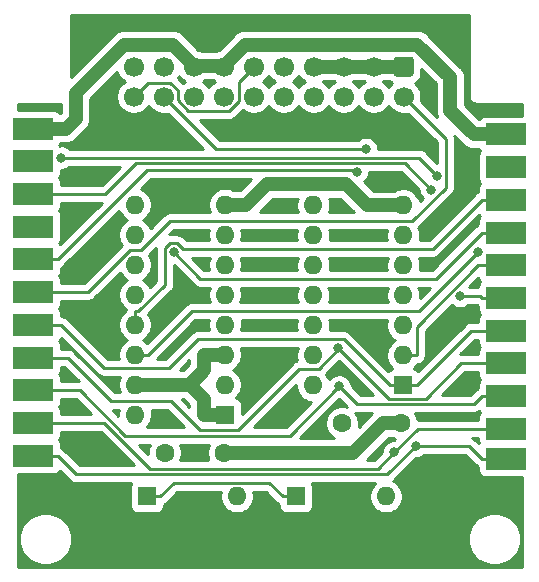
<source format=gbr>
%TF.GenerationSoftware,KiCad,Pcbnew,(5.1.9)-1*%
%TF.CreationDate,2021-07-27T14:06:03-04:00*%
%TF.ProjectId,Amiga2MacFloppy,416d6967-6132-44d6-9163-466c6f707079,1.0*%
%TF.SameCoordinates,Original*%
%TF.FileFunction,Copper,L2,Bot*%
%TF.FilePolarity,Positive*%
%FSLAX46Y46*%
G04 Gerber Fmt 4.6, Leading zero omitted, Abs format (unit mm)*
G04 Created by KiCad (PCBNEW (5.1.9)-1) date 2021-07-27 14:06:03*
%MOMM*%
%LPD*%
G01*
G04 APERTURE LIST*
%TA.AperFunction,SMDPad,CuDef*%
%ADD10R,3.480000X1.846667*%
%TD*%
%TA.AperFunction,ComponentPad*%
%ADD11O,1.600000X1.600000*%
%TD*%
%TA.AperFunction,ComponentPad*%
%ADD12R,1.600000X1.600000*%
%TD*%
%TA.AperFunction,ComponentPad*%
%ADD13C,1.600000*%
%TD*%
%TA.AperFunction,ComponentPad*%
%ADD14C,1.700000*%
%TD*%
%TA.AperFunction,ViaPad*%
%ADD15C,0.800000*%
%TD*%
%TA.AperFunction,Conductor*%
%ADD16C,1.200000*%
%TD*%
%TA.AperFunction,Conductor*%
%ADD17C,0.250000*%
%TD*%
%TA.AperFunction,NonConductor*%
%ADD18C,0.254000*%
%TD*%
%TA.AperFunction,NonConductor*%
%ADD19C,0.100000*%
%TD*%
G04 APERTURE END LIST*
D10*
%TO.P,J3,13*%
%TO.N,PH2*%
X158468000Y-118904000D03*
%TO.P,J3,14*%
%TO.N,PH3*%
X158468000Y-116364000D03*
%TO.P,J3,15*%
%TO.N,SEL*%
X158468000Y-113594000D03*
%TO.P,J3,16*%
%TO.N,_DKWE*%
X158468000Y-110824000D03*
%TO.P,J3,17*%
%TO.N,_DKWD*%
X158468000Y-108054000D03*
%TO.P,J3,18*%
%TO.N,PH0*%
X158468000Y-105284000D03*
%TO.P,J3,19*%
%TO.N,DIR*%
X158468000Y-102514000D03*
%TO.P,J3,20*%
%TO.N,_SEL3*%
X158468000Y-99744000D03*
%TO.P,J3,21*%
%TO.N,_SEL1*%
X158468000Y-96974000D03*
%TO.P,J3,22*%
%TO.N,N/C*%
X158468000Y-94204000D03*
%TO.P,J3,23*%
%TO.N,+12V*%
X158468000Y-91434000D03*
%TD*%
%TO.P,J1,23*%
%TO.N,+12V*%
X118444000Y-90941000D03*
%TO.P,J1,22*%
%TO.N,N/C*%
X118444000Y-93711000D03*
%TO.P,J1,21*%
%TO.N,_SEL2*%
X118444000Y-96481000D03*
%TO.P,J1,20*%
%TO.N,N/C*%
X118444000Y-99251000D03*
%TO.P,J1,19*%
%TO.N,DIR*%
X118444000Y-102021000D03*
%TO.P,J1,18*%
%TO.N,PH0*%
X118444000Y-104791000D03*
%TO.P,J1,17*%
%TO.N,_DKWD*%
X118444000Y-107561000D03*
%TO.P,J1,16*%
%TO.N,_DKWE*%
X118444000Y-110331000D03*
%TO.P,J1,15*%
%TO.N,SEL*%
X118444000Y-113101000D03*
%TO.P,J1,14*%
%TO.N,PH3*%
X118444000Y-115871000D03*
%TO.P,J1,13*%
%TO.N,PH2*%
X118444000Y-118670000D03*
%TD*%
D11*
%TO.P,D2,2*%
%TO.N,_DKRD*%
X148288000Y-122093000D03*
D12*
%TO.P,D2,1*%
%TO.N,Net-(D1-Pad1)*%
X140668000Y-122093000D03*
%TD*%
D11*
%TO.P,D1,2*%
%TO.N,_RDY*%
X135688000Y-122093000D03*
D12*
%TO.P,D1,1*%
%TO.N,Net-(D1-Pad1)*%
X128068000Y-122093000D03*
%TD*%
D13*
%TO.P,C1,2*%
%TO.N,GND*%
X134568000Y-118393000D03*
%TO.P,C1,1*%
%TO.N,+5V*%
X129568000Y-118393000D03*
%TD*%
%TO.P,C2,2*%
%TO.N,GND*%
X149568000Y-115893000D03*
%TO.P,C2,1*%
%TO.N,+5V*%
X144568000Y-115893000D03*
%TD*%
D14*
%TO.P,J2,20*%
%TO.N,+5V*%
X126940000Y-88233000D03*
%TO.P,J2,18*%
%TO.N,WR*%
X129480000Y-88233000D03*
%TO.P,J2,16*%
%TO.N,RD*%
X132020000Y-88233000D03*
%TO.P,J2,14*%
%TO.N,_ENABLE*%
X134560000Y-88233000D03*
%TO.P,J2,12*%
%TO.N,SEL*%
X137100000Y-88233000D03*
%TO.P,J2,10*%
%TO.N,_DKWE*%
X139640000Y-88233000D03*
%TO.P,J2,8*%
%TO.N,PH3*%
X142180000Y-88233000D03*
%TO.P,J2,6*%
%TO.N,PH2*%
X144720000Y-88233000D03*
%TO.P,J2,4*%
%TO.N,DIR*%
X147260000Y-88233000D03*
%TO.P,J2,2*%
%TO.N,PH0*%
X149800000Y-88233000D03*
%TO.P,J2,19*%
%TO.N,N/C*%
X126940000Y-85693000D03*
%TO.P,J2,17*%
X129480000Y-85693000D03*
%TO.P,J2,15*%
%TO.N,+12V*%
X132020000Y-85693000D03*
%TO.P,J2,13*%
X134560000Y-85693000D03*
%TO.P,J2,11*%
%TO.N,+5V*%
X137100000Y-85693000D03*
%TO.P,J2,9*%
%TO.N,N/C*%
X139640000Y-85693000D03*
%TO.P,J2,7*%
%TO.N,GND*%
X142180000Y-85693000D03*
%TO.P,J2,5*%
X144720000Y-85693000D03*
%TO.P,J2,3*%
X147260000Y-85693000D03*
%TO.P,J2,1*%
%TA.AperFunction,ComponentPad*%
G36*
G01*
X149200000Y-84843000D02*
X150400000Y-84843000D01*
G75*
G02*
X150650000Y-85093000I0J-250000D01*
G01*
X150650000Y-86293000D01*
G75*
G02*
X150400000Y-86543000I-250000J0D01*
G01*
X149200000Y-86543000D01*
G75*
G02*
X148950000Y-86293000I0J250000D01*
G01*
X148950000Y-85093000D01*
G75*
G02*
X149200000Y-84843000I250000J0D01*
G01*
G37*
%TD.AperFunction*%
%TD*%
D11*
%TO.P,U2,14*%
%TO.N,+5V*%
X142137000Y-112684000D03*
%TO.P,U2,7*%
%TO.N,GND*%
X149757000Y-97444000D03*
%TO.P,U2,13*%
%TO.N,N/C*%
X142137000Y-110144000D03*
%TO.P,U2,6*%
X149757000Y-99984000D03*
%TO.P,U2,12*%
X142137000Y-107604000D03*
%TO.P,U2,5*%
X149757000Y-102524000D03*
%TO.P,U2,11*%
X142137000Y-105064000D03*
%TO.P,U2,4*%
X149757000Y-105064000D03*
%TO.P,U2,10*%
X142137000Y-102524000D03*
%TO.P,U2,3*%
%TO.N,WR*%
X149757000Y-107604000D03*
%TO.P,U2,9*%
%TO.N,N/C*%
X142137000Y-99984000D03*
%TO.P,U2,2*%
%TO.N,DIR*%
X149757000Y-110144000D03*
%TO.P,U2,8*%
%TO.N,N/C*%
X142137000Y-97444000D03*
D12*
%TO.P,U2,1*%
%TO.N,_DKWD*%
X149757000Y-112684000D03*
%TD*%
D11*
%TO.P,U1,16*%
%TO.N,+5V*%
X127054000Y-115168000D03*
%TO.P,U1,8*%
%TO.N,GND*%
X134674000Y-97388000D03*
%TO.P,U1,15*%
X127054000Y-112628000D03*
%TO.P,U1,7*%
%TO.N,N/C*%
X134674000Y-99928000D03*
%TO.P,U1,14*%
%TO.N,_MTRXD*%
X127054000Y-110088000D03*
%TO.P,U1,6*%
%TO.N,N/C*%
X134674000Y-102468000D03*
%TO.P,U1,13*%
%TO.N,_SEL1*%
X127054000Y-107548000D03*
%TO.P,U1,5*%
%TO.N,N/C*%
X134674000Y-105008000D03*
%TO.P,U1,12*%
%TO.N,_ENABLE*%
X127054000Y-105008000D03*
%TO.P,U1,4*%
%TO.N,Net-(D1-Pad1)*%
X134674000Y-107548000D03*
%TO.P,U1,11*%
%TO.N,N/C*%
X127054000Y-102468000D03*
%TO.P,U1,3*%
%TO.N,GND*%
X134674000Y-110088000D03*
%TO.P,U1,10*%
%TO.N,N/C*%
X127054000Y-99928000D03*
%TO.P,U1,2*%
%TO.N,RD*%
X134674000Y-112628000D03*
%TO.P,U1,9*%
%TO.N,N/C*%
X127054000Y-97388000D03*
D12*
%TO.P,U1,1*%
%TO.N,GND*%
X134674000Y-115168000D03*
%TD*%
D15*
%TO.N,_SEL3*%
X130317400Y-101387500D03*
%TO.N,DIR*%
X145849600Y-94583700D03*
%TO.N,_DKWE*%
X144263000Y-109529600D03*
%TO.N,_DRES*%
X152632800Y-94922900D03*
X120801600Y-93408100D03*
%TO.N,_SEL2*%
X152125400Y-96115300D03*
%TO.N,WR*%
X146584500Y-92681400D03*
%TO.N,_MTRXD*%
X156097300Y-101417000D03*
%TO.N,PH0*%
X154553000Y-105106900D03*
%TO.N,SEL*%
X144342300Y-112768900D03*
%TO.N,PH3*%
X148957300Y-118362100D03*
%TO.N,PH2*%
X150799900Y-117835100D03*
%TD*%
D16*
%TO.N,GND*%
X149800000Y-85693000D02*
X147260000Y-85693000D01*
X134568000Y-118393000D02*
X145525300Y-118393000D01*
X145525300Y-118393000D02*
X148025300Y-115893000D01*
X148025300Y-115893000D02*
X149568000Y-115893000D01*
X136474300Y-97388000D02*
X138228800Y-95633500D01*
X138228800Y-95633500D02*
X144919200Y-95633500D01*
X144919200Y-95633500D02*
X146729700Y-97444000D01*
X146729700Y-97444000D02*
X147956700Y-97444000D01*
X131661100Y-112628000D02*
X128854300Y-112628000D01*
X132873700Y-110088000D02*
X132873700Y-111415400D01*
X132873700Y-111415400D02*
X131661100Y-112628000D01*
X132873700Y-115168000D02*
X132873700Y-113840600D01*
X132873700Y-113840600D02*
X131661100Y-112628000D01*
X134674000Y-115168000D02*
X132873700Y-115168000D01*
X134674000Y-110088000D02*
X132873700Y-110088000D01*
X127054000Y-112628000D02*
X128854300Y-112628000D01*
X144720000Y-85693000D02*
X142180000Y-85693000D01*
X147260000Y-85693000D02*
X144720000Y-85693000D01*
X149757000Y-97444000D02*
X147956700Y-97444000D01*
X134674000Y-97388000D02*
X136474300Y-97388000D01*
%TO.N,+12V*%
X134560000Y-85634700D02*
X134560000Y-85613600D01*
X134560000Y-85613600D02*
X136343200Y-83830400D01*
X136343200Y-83830400D02*
X150951300Y-83830400D01*
X150951300Y-83830400D02*
X153730500Y-86609600D01*
X153730500Y-86609600D02*
X153730500Y-89436800D01*
X153730500Y-89436800D02*
X155727700Y-91434000D01*
X134560000Y-85693000D02*
X134560000Y-85634700D01*
X134560000Y-85634700D02*
X132020000Y-85634700D01*
X132020000Y-85634700D02*
X132020000Y-85613600D01*
X132020000Y-85613600D02*
X130247500Y-83841100D01*
X130247500Y-83841100D02*
X126128200Y-83841100D01*
X126128200Y-83841100D02*
X122009000Y-87960300D01*
X122009000Y-87960300D02*
X122009000Y-90116300D01*
X122009000Y-90116300D02*
X121184300Y-90941000D01*
X132020000Y-85693000D02*
X132020000Y-85634700D01*
X158468000Y-91434000D02*
X155727700Y-91434000D01*
X118444000Y-90941000D02*
X121184300Y-90941000D01*
D17*
%TO.N,_SEL1*%
X156402700Y-96974000D02*
X152239300Y-101137400D01*
X152239300Y-101137400D02*
X131093100Y-101137400D01*
X131093100Y-101137400D02*
X130617900Y-100662200D01*
X130617900Y-100662200D02*
X130017000Y-100662200D01*
X130017000Y-100662200D02*
X129592100Y-101087100D01*
X129592100Y-101087100D02*
X129592100Y-104166000D01*
X129592100Y-104166000D02*
X127335400Y-106422700D01*
X127335400Y-106422700D02*
X127054000Y-106422700D01*
X158468000Y-96974000D02*
X156402700Y-96974000D01*
X127054000Y-107548000D02*
X127054000Y-106422700D01*
%TO.N,_SEL3*%
X156402700Y-99744000D02*
X152495200Y-103651500D01*
X152495200Y-103651500D02*
X132581400Y-103651500D01*
X132581400Y-103651500D02*
X130317400Y-101387500D01*
X158468000Y-99744000D02*
X156402700Y-99744000D01*
%TO.N,DIR*%
X156402700Y-102514000D02*
X156120200Y-102514000D01*
X156120200Y-102514000D02*
X150882300Y-107751900D01*
X150882300Y-107751900D02*
X150882300Y-110144000D01*
X158468000Y-102514000D02*
X156402700Y-102514000D01*
X149757000Y-110144000D02*
X150882300Y-110144000D01*
X120509300Y-102021000D02*
X128046600Y-94483700D01*
X128046600Y-94483700D02*
X145749600Y-94483700D01*
X145749600Y-94483700D02*
X145849600Y-94583700D01*
X118444000Y-102021000D02*
X120509300Y-102021000D01*
%TO.N,_DKWD*%
X149757000Y-112684000D02*
X150882300Y-112684000D01*
X150882300Y-112684000D02*
X155512300Y-108054000D01*
X155512300Y-108054000D02*
X158468000Y-108054000D01*
X149194400Y-112684000D02*
X149757000Y-112684000D01*
X149194400Y-112684000D02*
X148631700Y-112684000D01*
X148631700Y-112684000D02*
X144710300Y-108762600D01*
X144710300Y-108762600D02*
X132372900Y-108762600D01*
X132372900Y-108762600D02*
X129920700Y-111214800D01*
X129920700Y-111214800D02*
X124429300Y-111214800D01*
X124429300Y-111214800D02*
X120775500Y-107561000D01*
X120775500Y-107561000D02*
X118444000Y-107561000D01*
%TO.N,_DKWE*%
X118444000Y-110331000D02*
X121347500Y-110331000D01*
X121347500Y-110331000D02*
X125055900Y-114039400D01*
X125055900Y-114039400D02*
X130108600Y-114039400D01*
X130108600Y-114039400D02*
X132562600Y-116493400D01*
X132562600Y-116493400D02*
X135766700Y-116493400D01*
X135766700Y-116493400D02*
X140966700Y-111293400D01*
X140966700Y-111293400D02*
X142586300Y-111293400D01*
X142586300Y-111293400D02*
X144263000Y-109616700D01*
X144263000Y-109616700D02*
X144263000Y-109529600D01*
X158468000Y-110824000D02*
X154681700Y-110824000D01*
X154681700Y-110824000D02*
X151696300Y-113809400D01*
X151696300Y-113809400D02*
X148542800Y-113809400D01*
X148542800Y-113809400D02*
X144263000Y-109529600D01*
%TO.N,_DRES*%
X152632800Y-94922900D02*
X151118000Y-93408100D01*
X151118000Y-93408100D02*
X120801600Y-93408100D01*
%TO.N,_SEL2*%
X118444000Y-96481000D02*
X124545100Y-96481000D01*
X124545100Y-96481000D02*
X127167700Y-93858400D01*
X127167700Y-93858400D02*
X149868500Y-93858400D01*
X149868500Y-93858400D02*
X152125400Y-96115300D01*
%TO.N,WR*%
X129480000Y-88233000D02*
X133928400Y-92681400D01*
X133928400Y-92681400D02*
X146584500Y-92681400D01*
%TO.N,_MTRXD*%
X127054000Y-110088000D02*
X128179300Y-110088000D01*
X128179300Y-110088000D02*
X131852100Y-106415200D01*
X131852100Y-106415200D02*
X151099100Y-106415200D01*
X151099100Y-106415200D02*
X156097300Y-101417000D01*
%TO.N,PH0*%
X149800000Y-88233000D02*
X153367800Y-91800800D01*
X153367800Y-91800800D02*
X153367800Y-95937200D01*
X153367800Y-95937200D02*
X150535600Y-98769400D01*
X150535600Y-98769400D02*
X130012800Y-98769400D01*
X130012800Y-98769400D02*
X127584200Y-101198000D01*
X127584200Y-101198000D02*
X126638000Y-101198000D01*
X126638000Y-101198000D02*
X123045000Y-104791000D01*
X123045000Y-104791000D02*
X118444000Y-104791000D01*
X158468000Y-105284000D02*
X156402700Y-105284000D01*
X154553000Y-105106900D02*
X156225600Y-105106900D01*
X156225600Y-105106900D02*
X156402700Y-105284000D01*
%TO.N,SEL*%
X118444000Y-113101000D02*
X122396000Y-113101000D01*
X122396000Y-113101000D02*
X126238800Y-116943800D01*
X126238800Y-116943800D02*
X140167400Y-116943800D01*
X140167400Y-116943800D02*
X144342300Y-112768900D01*
X158468000Y-113594000D02*
X156402700Y-113594000D01*
X144342300Y-112768900D02*
X145833200Y-114259800D01*
X145833200Y-114259800D02*
X155736900Y-114259800D01*
X155736900Y-114259800D02*
X156402700Y-113594000D01*
%TO.N,PH3*%
X118444000Y-115871000D02*
X124452300Y-115871000D01*
X124452300Y-115871000D02*
X128316100Y-119734800D01*
X128316100Y-119734800D02*
X147584600Y-119734800D01*
X147584600Y-119734800D02*
X148957300Y-118362100D01*
X148957300Y-118362100D02*
X148973300Y-118362100D01*
X148973300Y-118362100D02*
X150971400Y-116364000D01*
X150971400Y-116364000D02*
X158468000Y-116364000D01*
%TO.N,PH2*%
X120509300Y-118670000D02*
X122057400Y-120218100D01*
X122057400Y-120218100D02*
X148416900Y-120218100D01*
X148416900Y-120218100D02*
X150799900Y-117835100D01*
X118444000Y-118670000D02*
X120509300Y-118670000D01*
X158468000Y-118904000D02*
X156402700Y-118904000D01*
X150799900Y-117835100D02*
X155333800Y-117835100D01*
X155333800Y-117835100D02*
X156402700Y-118904000D01*
%TO.N,Net-(D1-Pad1)*%
X129193300Y-122093000D02*
X130318600Y-120967700D01*
X130318600Y-120967700D02*
X138417400Y-120967700D01*
X138417400Y-120967700D02*
X139542700Y-122093000D01*
X140668000Y-122093000D02*
X139542700Y-122093000D01*
X128068000Y-122093000D02*
X129193300Y-122093000D01*
%TO.N,+5V*%
X137100000Y-85693000D02*
X135830000Y-86963000D01*
X135830000Y-86963000D02*
X135830000Y-88635100D01*
X135830000Y-88635100D02*
X135034600Y-89430500D01*
X135034600Y-89430500D02*
X131551100Y-89430500D01*
X131551100Y-89430500D02*
X130655400Y-88534800D01*
X130655400Y-88534800D02*
X130655400Y-87707400D01*
X130655400Y-87707400D02*
X130004000Y-87056000D01*
X130004000Y-87056000D02*
X128117000Y-87056000D01*
X128117000Y-87056000D02*
X126940000Y-88233000D01*
%TD*%
D18*
X155838901Y-119415003D02*
X155862699Y-119444001D01*
X155891697Y-119467799D01*
X155978423Y-119538974D01*
X156061025Y-119583126D01*
X156089928Y-119598575D01*
X156089928Y-119827333D01*
X156102188Y-119951815D01*
X156138498Y-120071513D01*
X156197463Y-120181827D01*
X156276815Y-120278518D01*
X156373506Y-120357870D01*
X156483820Y-120416835D01*
X156603518Y-120453145D01*
X156728000Y-120465405D01*
X159807761Y-120465405D01*
X159807761Y-128032960D01*
X117127760Y-128032960D01*
X117127760Y-125472872D01*
X117233000Y-125472872D01*
X117233000Y-125913128D01*
X117318890Y-126344925D01*
X117487369Y-126751669D01*
X117731962Y-127117729D01*
X118043271Y-127429038D01*
X118409331Y-127673631D01*
X118816075Y-127842110D01*
X119247872Y-127928000D01*
X119688128Y-127928000D01*
X120119925Y-127842110D01*
X120526669Y-127673631D01*
X120892729Y-127429038D01*
X121204038Y-127117729D01*
X121448631Y-126751669D01*
X121617110Y-126344925D01*
X121703000Y-125913128D01*
X121703000Y-125472872D01*
X155233000Y-125472872D01*
X155233000Y-125913128D01*
X155318890Y-126344925D01*
X155487369Y-126751669D01*
X155731962Y-127117729D01*
X156043271Y-127429038D01*
X156409331Y-127673631D01*
X156816075Y-127842110D01*
X157247872Y-127928000D01*
X157688128Y-127928000D01*
X158119925Y-127842110D01*
X158526669Y-127673631D01*
X158892729Y-127429038D01*
X159204038Y-127117729D01*
X159448631Y-126751669D01*
X159617110Y-126344925D01*
X159703000Y-125913128D01*
X159703000Y-125472872D01*
X159617110Y-125041075D01*
X159448631Y-124634331D01*
X159204038Y-124268271D01*
X158892729Y-123956962D01*
X158526669Y-123712369D01*
X158119925Y-123543890D01*
X157688128Y-123458000D01*
X157247872Y-123458000D01*
X156816075Y-123543890D01*
X156409331Y-123712369D01*
X156043271Y-123956962D01*
X155731962Y-124268271D01*
X155487369Y-124634331D01*
X155318890Y-125041075D01*
X155233000Y-125472872D01*
X121703000Y-125472872D01*
X121617110Y-125041075D01*
X121448631Y-124634331D01*
X121204038Y-124268271D01*
X120892729Y-123956962D01*
X120526669Y-123712369D01*
X120119925Y-123543890D01*
X119688128Y-123458000D01*
X119247872Y-123458000D01*
X118816075Y-123543890D01*
X118409331Y-123712369D01*
X118043271Y-123956962D01*
X117731962Y-124268271D01*
X117487369Y-124634331D01*
X117318890Y-125041075D01*
X117233000Y-125472872D01*
X117127760Y-125472872D01*
X117127760Y-120231405D01*
X120184000Y-120231405D01*
X120308482Y-120219145D01*
X120428180Y-120182835D01*
X120538494Y-120123870D01*
X120635185Y-120044518D01*
X120713540Y-119949042D01*
X121493601Y-120729103D01*
X121517399Y-120758101D01*
X121546397Y-120781899D01*
X121633123Y-120853074D01*
X121765153Y-120923646D01*
X121908414Y-120967103D01*
X122020067Y-120978100D01*
X122020077Y-120978100D01*
X122057399Y-120981776D01*
X122094722Y-120978100D01*
X126716299Y-120978100D01*
X126678498Y-121048820D01*
X126642188Y-121168518D01*
X126629928Y-121293000D01*
X126629928Y-122893000D01*
X126642188Y-123017482D01*
X126678498Y-123137180D01*
X126737463Y-123247494D01*
X126816815Y-123344185D01*
X126913506Y-123423537D01*
X127023820Y-123482502D01*
X127143518Y-123518812D01*
X127268000Y-123531072D01*
X128868000Y-123531072D01*
X128992482Y-123518812D01*
X129112180Y-123482502D01*
X129222494Y-123423537D01*
X129319185Y-123344185D01*
X129398537Y-123247494D01*
X129457502Y-123137180D01*
X129493812Y-123017482D01*
X129506072Y-122893000D01*
X129506072Y-122787575D01*
X129617576Y-122727974D01*
X129733301Y-122633001D01*
X129757104Y-122603998D01*
X130633402Y-121727700D01*
X134297550Y-121727700D01*
X134253000Y-121951665D01*
X134253000Y-122234335D01*
X134308147Y-122511574D01*
X134416320Y-122772727D01*
X134573363Y-123007759D01*
X134773241Y-123207637D01*
X135008273Y-123364680D01*
X135269426Y-123472853D01*
X135546665Y-123528000D01*
X135829335Y-123528000D01*
X136106574Y-123472853D01*
X136367727Y-123364680D01*
X136602759Y-123207637D01*
X136802637Y-123007759D01*
X136959680Y-122772727D01*
X137067853Y-122511574D01*
X137123000Y-122234335D01*
X137123000Y-121951665D01*
X137078450Y-121727700D01*
X138102599Y-121727700D01*
X138978901Y-122604003D01*
X139002699Y-122633001D01*
X139031697Y-122656799D01*
X139118424Y-122727974D01*
X139229928Y-122787575D01*
X139229928Y-122893000D01*
X139242188Y-123017482D01*
X139278498Y-123137180D01*
X139337463Y-123247494D01*
X139416815Y-123344185D01*
X139513506Y-123423537D01*
X139623820Y-123482502D01*
X139743518Y-123518812D01*
X139868000Y-123531072D01*
X141468000Y-123531072D01*
X141592482Y-123518812D01*
X141712180Y-123482502D01*
X141822494Y-123423537D01*
X141919185Y-123344185D01*
X141998537Y-123247494D01*
X142057502Y-123137180D01*
X142093812Y-123017482D01*
X142106072Y-122893000D01*
X142106072Y-121293000D01*
X142093812Y-121168518D01*
X142057502Y-121048820D01*
X142019701Y-120978100D01*
X147373635Y-120978100D01*
X147373241Y-120978363D01*
X147173363Y-121178241D01*
X147016320Y-121413273D01*
X146908147Y-121674426D01*
X146853000Y-121951665D01*
X146853000Y-122234335D01*
X146908147Y-122511574D01*
X147016320Y-122772727D01*
X147173363Y-123007759D01*
X147373241Y-123207637D01*
X147608273Y-123364680D01*
X147869426Y-123472853D01*
X148146665Y-123528000D01*
X148429335Y-123528000D01*
X148706574Y-123472853D01*
X148967727Y-123364680D01*
X149202759Y-123207637D01*
X149402637Y-123007759D01*
X149559680Y-122772727D01*
X149667853Y-122511574D01*
X149723000Y-122234335D01*
X149723000Y-121951665D01*
X149667853Y-121674426D01*
X149559680Y-121413273D01*
X149402637Y-121178241D01*
X149202759Y-120978363D01*
X148967727Y-120821320D01*
X148909338Y-120797135D01*
X148956901Y-120758101D01*
X148980704Y-120729097D01*
X150839702Y-118870100D01*
X150901839Y-118870100D01*
X151101798Y-118830326D01*
X151290156Y-118752305D01*
X151459674Y-118639037D01*
X151503611Y-118595100D01*
X155018999Y-118595100D01*
X155838901Y-119415003D01*
%TA.AperFunction,NonConductor*%
D19*
G36*
X155838901Y-119415003D02*
G01*
X155862699Y-119444001D01*
X155891697Y-119467799D01*
X155978423Y-119538974D01*
X156061025Y-119583126D01*
X156089928Y-119598575D01*
X156089928Y-119827333D01*
X156102188Y-119951815D01*
X156138498Y-120071513D01*
X156197463Y-120181827D01*
X156276815Y-120278518D01*
X156373506Y-120357870D01*
X156483820Y-120416835D01*
X156603518Y-120453145D01*
X156728000Y-120465405D01*
X159807761Y-120465405D01*
X159807761Y-128032960D01*
X117127760Y-128032960D01*
X117127760Y-125472872D01*
X117233000Y-125472872D01*
X117233000Y-125913128D01*
X117318890Y-126344925D01*
X117487369Y-126751669D01*
X117731962Y-127117729D01*
X118043271Y-127429038D01*
X118409331Y-127673631D01*
X118816075Y-127842110D01*
X119247872Y-127928000D01*
X119688128Y-127928000D01*
X120119925Y-127842110D01*
X120526669Y-127673631D01*
X120892729Y-127429038D01*
X121204038Y-127117729D01*
X121448631Y-126751669D01*
X121617110Y-126344925D01*
X121703000Y-125913128D01*
X121703000Y-125472872D01*
X155233000Y-125472872D01*
X155233000Y-125913128D01*
X155318890Y-126344925D01*
X155487369Y-126751669D01*
X155731962Y-127117729D01*
X156043271Y-127429038D01*
X156409331Y-127673631D01*
X156816075Y-127842110D01*
X157247872Y-127928000D01*
X157688128Y-127928000D01*
X158119925Y-127842110D01*
X158526669Y-127673631D01*
X158892729Y-127429038D01*
X159204038Y-127117729D01*
X159448631Y-126751669D01*
X159617110Y-126344925D01*
X159703000Y-125913128D01*
X159703000Y-125472872D01*
X159617110Y-125041075D01*
X159448631Y-124634331D01*
X159204038Y-124268271D01*
X158892729Y-123956962D01*
X158526669Y-123712369D01*
X158119925Y-123543890D01*
X157688128Y-123458000D01*
X157247872Y-123458000D01*
X156816075Y-123543890D01*
X156409331Y-123712369D01*
X156043271Y-123956962D01*
X155731962Y-124268271D01*
X155487369Y-124634331D01*
X155318890Y-125041075D01*
X155233000Y-125472872D01*
X121703000Y-125472872D01*
X121617110Y-125041075D01*
X121448631Y-124634331D01*
X121204038Y-124268271D01*
X120892729Y-123956962D01*
X120526669Y-123712369D01*
X120119925Y-123543890D01*
X119688128Y-123458000D01*
X119247872Y-123458000D01*
X118816075Y-123543890D01*
X118409331Y-123712369D01*
X118043271Y-123956962D01*
X117731962Y-124268271D01*
X117487369Y-124634331D01*
X117318890Y-125041075D01*
X117233000Y-125472872D01*
X117127760Y-125472872D01*
X117127760Y-120231405D01*
X120184000Y-120231405D01*
X120308482Y-120219145D01*
X120428180Y-120182835D01*
X120538494Y-120123870D01*
X120635185Y-120044518D01*
X120713540Y-119949042D01*
X121493601Y-120729103D01*
X121517399Y-120758101D01*
X121546397Y-120781899D01*
X121633123Y-120853074D01*
X121765153Y-120923646D01*
X121908414Y-120967103D01*
X122020067Y-120978100D01*
X122020077Y-120978100D01*
X122057399Y-120981776D01*
X122094722Y-120978100D01*
X126716299Y-120978100D01*
X126678498Y-121048820D01*
X126642188Y-121168518D01*
X126629928Y-121293000D01*
X126629928Y-122893000D01*
X126642188Y-123017482D01*
X126678498Y-123137180D01*
X126737463Y-123247494D01*
X126816815Y-123344185D01*
X126913506Y-123423537D01*
X127023820Y-123482502D01*
X127143518Y-123518812D01*
X127268000Y-123531072D01*
X128868000Y-123531072D01*
X128992482Y-123518812D01*
X129112180Y-123482502D01*
X129222494Y-123423537D01*
X129319185Y-123344185D01*
X129398537Y-123247494D01*
X129457502Y-123137180D01*
X129493812Y-123017482D01*
X129506072Y-122893000D01*
X129506072Y-122787575D01*
X129617576Y-122727974D01*
X129733301Y-122633001D01*
X129757104Y-122603998D01*
X130633402Y-121727700D01*
X134297550Y-121727700D01*
X134253000Y-121951665D01*
X134253000Y-122234335D01*
X134308147Y-122511574D01*
X134416320Y-122772727D01*
X134573363Y-123007759D01*
X134773241Y-123207637D01*
X135008273Y-123364680D01*
X135269426Y-123472853D01*
X135546665Y-123528000D01*
X135829335Y-123528000D01*
X136106574Y-123472853D01*
X136367727Y-123364680D01*
X136602759Y-123207637D01*
X136802637Y-123007759D01*
X136959680Y-122772727D01*
X137067853Y-122511574D01*
X137123000Y-122234335D01*
X137123000Y-121951665D01*
X137078450Y-121727700D01*
X138102599Y-121727700D01*
X138978901Y-122604003D01*
X139002699Y-122633001D01*
X139031697Y-122656799D01*
X139118424Y-122727974D01*
X139229928Y-122787575D01*
X139229928Y-122893000D01*
X139242188Y-123017482D01*
X139278498Y-123137180D01*
X139337463Y-123247494D01*
X139416815Y-123344185D01*
X139513506Y-123423537D01*
X139623820Y-123482502D01*
X139743518Y-123518812D01*
X139868000Y-123531072D01*
X141468000Y-123531072D01*
X141592482Y-123518812D01*
X141712180Y-123482502D01*
X141822494Y-123423537D01*
X141919185Y-123344185D01*
X141998537Y-123247494D01*
X142057502Y-123137180D01*
X142093812Y-123017482D01*
X142106072Y-122893000D01*
X142106072Y-121293000D01*
X142093812Y-121168518D01*
X142057502Y-121048820D01*
X142019701Y-120978100D01*
X147373635Y-120978100D01*
X147373241Y-120978363D01*
X147173363Y-121178241D01*
X147016320Y-121413273D01*
X146908147Y-121674426D01*
X146853000Y-121951665D01*
X146853000Y-122234335D01*
X146908147Y-122511574D01*
X147016320Y-122772727D01*
X147173363Y-123007759D01*
X147373241Y-123207637D01*
X147608273Y-123364680D01*
X147869426Y-123472853D01*
X148146665Y-123528000D01*
X148429335Y-123528000D01*
X148706574Y-123472853D01*
X148967727Y-123364680D01*
X149202759Y-123207637D01*
X149402637Y-123007759D01*
X149559680Y-122772727D01*
X149667853Y-122511574D01*
X149723000Y-122234335D01*
X149723000Y-121951665D01*
X149667853Y-121674426D01*
X149559680Y-121413273D01*
X149402637Y-121178241D01*
X149202759Y-120978363D01*
X148967727Y-120821320D01*
X148909338Y-120797135D01*
X148956901Y-120758101D01*
X148980704Y-120729097D01*
X150839702Y-118870100D01*
X150901839Y-118870100D01*
X151101798Y-118830326D01*
X151290156Y-118752305D01*
X151459674Y-118639037D01*
X151503611Y-118595100D01*
X155018999Y-118595100D01*
X155838901Y-119415003D01*
G37*
%TD.AperFunction*%
D18*
X126964598Y-119458100D02*
X122372202Y-119458100D01*
X121073104Y-118159003D01*
X121049301Y-118129999D01*
X120933576Y-118035026D01*
X120822072Y-117975425D01*
X120822072Y-117746667D01*
X120809812Y-117622185D01*
X120773502Y-117502487D01*
X120714537Y-117392173D01*
X120635185Y-117295482D01*
X120604744Y-117270500D01*
X120635185Y-117245518D01*
X120714537Y-117148827D01*
X120773502Y-117038513D01*
X120809812Y-116918815D01*
X120822072Y-116794333D01*
X120822072Y-116631000D01*
X124137499Y-116631000D01*
X126964598Y-119458100D01*
%TA.AperFunction,NonConductor*%
D19*
G36*
X126964598Y-119458100D02*
G01*
X122372202Y-119458100D01*
X121073104Y-118159003D01*
X121049301Y-118129999D01*
X120933576Y-118035026D01*
X120822072Y-117975425D01*
X120822072Y-117746667D01*
X120809812Y-117622185D01*
X120773502Y-117502487D01*
X120714537Y-117392173D01*
X120635185Y-117295482D01*
X120604744Y-117270500D01*
X120635185Y-117245518D01*
X120714537Y-117148827D01*
X120773502Y-117038513D01*
X120809812Y-116918815D01*
X120822072Y-116794333D01*
X120822072Y-116631000D01*
X124137499Y-116631000D01*
X126964598Y-119458100D01*
G37*
%TD.AperFunction*%
D18*
X148888273Y-117164680D02*
X149035101Y-117225498D01*
X148933499Y-117327100D01*
X148855361Y-117327100D01*
X148655402Y-117366874D01*
X148467044Y-117444895D01*
X148297526Y-117558163D01*
X148153363Y-117702326D01*
X148040095Y-117871844D01*
X147962074Y-118060202D01*
X147922300Y-118260161D01*
X147922300Y-118322298D01*
X147269799Y-118974800D01*
X146690053Y-118974800D01*
X148536854Y-117128000D01*
X148833377Y-117128000D01*
X148888273Y-117164680D01*
%TA.AperFunction,NonConductor*%
D19*
G36*
X148888273Y-117164680D02*
G01*
X149035101Y-117225498D01*
X148933499Y-117327100D01*
X148855361Y-117327100D01*
X148655402Y-117366874D01*
X148467044Y-117444895D01*
X148297526Y-117558163D01*
X148153363Y-117702326D01*
X148040095Y-117871844D01*
X147962074Y-118060202D01*
X147922300Y-118260161D01*
X147922300Y-118322298D01*
X147269799Y-118974800D01*
X146690053Y-118974800D01*
X148536854Y-117128000D01*
X148833377Y-117128000D01*
X148888273Y-117164680D01*
G37*
%TD.AperFunction*%
D18*
X133296320Y-117713273D02*
X133188147Y-117974426D01*
X133133000Y-118251665D01*
X133133000Y-118534335D01*
X133188147Y-118811574D01*
X133255757Y-118974800D01*
X130880243Y-118974800D01*
X130947853Y-118811574D01*
X131003000Y-118534335D01*
X131003000Y-118251665D01*
X130947853Y-117974426D01*
X130839680Y-117713273D01*
X130833350Y-117703800D01*
X133302650Y-117703800D01*
X133296320Y-117713273D01*
%TA.AperFunction,NonConductor*%
D19*
G36*
X133296320Y-117713273D02*
G01*
X133188147Y-117974426D01*
X133133000Y-118251665D01*
X133133000Y-118534335D01*
X133188147Y-118811574D01*
X133255757Y-118974800D01*
X130880243Y-118974800D01*
X130947853Y-118811574D01*
X131003000Y-118534335D01*
X131003000Y-118251665D01*
X130947853Y-117974426D01*
X130839680Y-117713273D01*
X130833350Y-117703800D01*
X133302650Y-117703800D01*
X133296320Y-117713273D01*
G37*
%TD.AperFunction*%
D18*
X128296320Y-117713273D02*
X128188147Y-117974426D01*
X128133000Y-118251665D01*
X128133000Y-118476898D01*
X127359902Y-117703800D01*
X128302650Y-117703800D01*
X128296320Y-117713273D01*
%TA.AperFunction,NonConductor*%
D19*
G36*
X128296320Y-117713273D02*
G01*
X128188147Y-117974426D01*
X128133000Y-118251665D01*
X128133000Y-118476898D01*
X127359902Y-117703800D01*
X128302650Y-117703800D01*
X128296320Y-117713273D01*
G37*
%TD.AperFunction*%
D18*
X156089928Y-117287333D02*
X156102188Y-117411815D01*
X156138498Y-117531513D01*
X156176948Y-117603447D01*
X155897604Y-117324102D01*
X155873801Y-117295099D01*
X155758076Y-117200126D01*
X155626047Y-117129554D01*
X155607738Y-117124000D01*
X156089928Y-117124000D01*
X156089928Y-117287333D01*
%TA.AperFunction,NonConductor*%
D19*
G36*
X156089928Y-117287333D02*
G01*
X156102188Y-117411815D01*
X156138498Y-117531513D01*
X156176948Y-117603447D01*
X155897604Y-117324102D01*
X155873801Y-117295099D01*
X155758076Y-117200126D01*
X155626047Y-117129554D01*
X155607738Y-117124000D01*
X156089928Y-117124000D01*
X156089928Y-117287333D01*
G37*
%TD.AperFunction*%
D18*
X145029544Y-114530946D02*
X144986574Y-114513147D01*
X144709335Y-114458000D01*
X144426665Y-114458000D01*
X144149426Y-114513147D01*
X143888273Y-114621320D01*
X143653241Y-114778363D01*
X143453363Y-114978241D01*
X143296320Y-115213273D01*
X143188147Y-115474426D01*
X143133000Y-115751665D01*
X143133000Y-116034335D01*
X143188147Y-116311574D01*
X143296320Y-116572727D01*
X143453363Y-116807759D01*
X143653241Y-117007637D01*
X143878276Y-117158000D01*
X141028001Y-117158000D01*
X144342300Y-113843702D01*
X145029544Y-114530946D01*
%TA.AperFunction,NonConductor*%
D19*
G36*
X145029544Y-114530946D02*
G01*
X144986574Y-114513147D01*
X144709335Y-114458000D01*
X144426665Y-114458000D01*
X144149426Y-114513147D01*
X143888273Y-114621320D01*
X143653241Y-114778363D01*
X143453363Y-114978241D01*
X143296320Y-115213273D01*
X143188147Y-115474426D01*
X143133000Y-115751665D01*
X143133000Y-116034335D01*
X143188147Y-116311574D01*
X143296320Y-116572727D01*
X143453363Y-116807759D01*
X143653241Y-117007637D01*
X143878276Y-117158000D01*
X141028001Y-117158000D01*
X144342300Y-113843702D01*
X145029544Y-114530946D01*
G37*
%TD.AperFunction*%
D18*
X145795867Y-115019800D02*
X145795877Y-115019800D01*
X145833199Y-115023476D01*
X145870522Y-115019800D01*
X147144267Y-115019800D01*
X147109126Y-115062620D01*
X145969625Y-116202122D01*
X146003000Y-116034335D01*
X146003000Y-115751665D01*
X145947853Y-115474426D01*
X145839680Y-115213273D01*
X145704385Y-115010790D01*
X145795867Y-115019800D01*
%TA.AperFunction,NonConductor*%
D19*
G36*
X145795867Y-115019800D02*
G01*
X145795877Y-115019800D01*
X145833199Y-115023476D01*
X145870522Y-115019800D01*
X147144267Y-115019800D01*
X147109126Y-115062620D01*
X145969625Y-116202122D01*
X146003000Y-116034335D01*
X146003000Y-115751665D01*
X145947853Y-115474426D01*
X145839680Y-115213273D01*
X145704385Y-115010790D01*
X145795867Y-115019800D01*
G37*
%TD.AperFunction*%
D18*
X140702000Y-112825335D02*
X140757147Y-113102574D01*
X140865320Y-113363727D01*
X141022363Y-113598759D01*
X141222241Y-113798637D01*
X141457273Y-113955680D01*
X141718426Y-114063853D01*
X141930384Y-114106015D01*
X139852599Y-116183800D01*
X137151101Y-116183800D01*
X140702000Y-112632902D01*
X140702000Y-112825335D01*
%TA.AperFunction,NonConductor*%
D19*
G36*
X140702000Y-112825335D02*
G01*
X140757147Y-113102574D01*
X140865320Y-113363727D01*
X141022363Y-113598759D01*
X141222241Y-113798637D01*
X141457273Y-113955680D01*
X141718426Y-114063853D01*
X141930384Y-114106015D01*
X139852599Y-116183800D01*
X137151101Y-116183800D01*
X140702000Y-112632902D01*
X140702000Y-112825335D01*
G37*
%TD.AperFunction*%
D18*
X131178198Y-116183800D02*
X128067596Y-116183800D01*
X128168637Y-116082759D01*
X128325680Y-115847727D01*
X128433853Y-115586574D01*
X128489000Y-115309335D01*
X128489000Y-115026665D01*
X128443794Y-114799400D01*
X129793799Y-114799400D01*
X131178198Y-116183800D01*
%TA.AperFunction,NonConductor*%
D19*
G36*
X131178198Y-116183800D02*
G01*
X128067596Y-116183800D01*
X128168637Y-116082759D01*
X128325680Y-115847727D01*
X128433853Y-115586574D01*
X128489000Y-115309335D01*
X128489000Y-115026665D01*
X128443794Y-114799400D01*
X129793799Y-114799400D01*
X131178198Y-116183800D01*
G37*
%TD.AperFunction*%
D18*
X156197463Y-114871827D02*
X156276815Y-114968518D01*
X156289587Y-114979000D01*
X156276815Y-114989482D01*
X156197463Y-115086173D01*
X156138498Y-115196487D01*
X156102188Y-115316185D01*
X156089928Y-115440667D01*
X156089928Y-115604000D01*
X151008722Y-115604000D01*
X150972926Y-115600474D01*
X150947853Y-115474426D01*
X150839680Y-115213273D01*
X150710406Y-115019800D01*
X155699578Y-115019800D01*
X155736900Y-115023476D01*
X155774222Y-115019800D01*
X155774233Y-115019800D01*
X155885886Y-115008803D01*
X156029147Y-114965346D01*
X156161176Y-114894774D01*
X156194924Y-114867078D01*
X156197463Y-114871827D01*
%TA.AperFunction,NonConductor*%
D19*
G36*
X156197463Y-114871827D02*
G01*
X156276815Y-114968518D01*
X156289587Y-114979000D01*
X156276815Y-114989482D01*
X156197463Y-115086173D01*
X156138498Y-115196487D01*
X156102188Y-115316185D01*
X156089928Y-115440667D01*
X156089928Y-115604000D01*
X151008722Y-115604000D01*
X150972926Y-115600474D01*
X150947853Y-115474426D01*
X150839680Y-115213273D01*
X150710406Y-115019800D01*
X155699578Y-115019800D01*
X155736900Y-115023476D01*
X155774222Y-115019800D01*
X155774233Y-115019800D01*
X155885886Y-115008803D01*
X156029147Y-114965346D01*
X156161176Y-114894774D01*
X156194924Y-114867078D01*
X156197463Y-114871827D01*
G37*
%TD.AperFunction*%
D18*
X125619000Y-115026665D02*
X125619000Y-115249198D01*
X125169202Y-114799400D01*
X125664206Y-114799400D01*
X125619000Y-115026665D01*
%TA.AperFunction,NonConductor*%
D19*
G36*
X125619000Y-115026665D02*
G01*
X125619000Y-115249198D01*
X125169202Y-114799400D01*
X125664206Y-114799400D01*
X125619000Y-115026665D01*
G37*
%TD.AperFunction*%
D18*
X123331199Y-115111000D02*
X120822072Y-115111000D01*
X120822072Y-114947667D01*
X120809812Y-114823185D01*
X120773502Y-114703487D01*
X120714537Y-114593173D01*
X120635185Y-114496482D01*
X120622413Y-114486000D01*
X120635185Y-114475518D01*
X120714537Y-114378827D01*
X120773502Y-114268513D01*
X120809812Y-114148815D01*
X120822072Y-114024333D01*
X120822072Y-113861000D01*
X122081199Y-113861000D01*
X123331199Y-115111000D01*
%TA.AperFunction,NonConductor*%
D19*
G36*
X123331199Y-115111000D02*
G01*
X120822072Y-115111000D01*
X120822072Y-114947667D01*
X120809812Y-114823185D01*
X120773502Y-114703487D01*
X120714537Y-114593173D01*
X120635185Y-114496482D01*
X120622413Y-114486000D01*
X120635185Y-114475518D01*
X120714537Y-114378827D01*
X120773502Y-114268513D01*
X120809812Y-114148815D01*
X120822072Y-114024333D01*
X120822072Y-113861000D01*
X122081199Y-113861000D01*
X123331199Y-115111000D01*
G37*
%TD.AperFunction*%
D18*
X140757147Y-109725426D02*
X140702000Y-110002665D01*
X140702000Y-110285335D01*
X140757147Y-110562574D01*
X140757219Y-110562748D01*
X140674453Y-110587854D01*
X140542424Y-110658426D01*
X140426699Y-110753399D01*
X140402901Y-110782397D01*
X136112072Y-115073227D01*
X136112072Y-114368000D01*
X136099812Y-114243518D01*
X136063502Y-114123820D01*
X136004537Y-114013506D01*
X135925185Y-113916815D01*
X135828494Y-113837463D01*
X135718180Y-113778498D01*
X135598482Y-113742188D01*
X135590039Y-113741357D01*
X135788637Y-113542759D01*
X135945680Y-113307727D01*
X136053853Y-113046574D01*
X136109000Y-112769335D01*
X136109000Y-112486665D01*
X136053853Y-112209426D01*
X135945680Y-111948273D01*
X135788637Y-111713241D01*
X135588759Y-111513363D01*
X135356241Y-111358000D01*
X135588759Y-111202637D01*
X135788637Y-111002759D01*
X135945680Y-110767727D01*
X136053853Y-110506574D01*
X136109000Y-110229335D01*
X136109000Y-109946665D01*
X136053853Y-109669426D01*
X135993036Y-109522600D01*
X140841160Y-109522600D01*
X140757147Y-109725426D01*
%TA.AperFunction,NonConductor*%
D19*
G36*
X140757147Y-109725426D02*
G01*
X140702000Y-110002665D01*
X140702000Y-110285335D01*
X140757147Y-110562574D01*
X140757219Y-110562748D01*
X140674453Y-110587854D01*
X140542424Y-110658426D01*
X140426699Y-110753399D01*
X140402901Y-110782397D01*
X136112072Y-115073227D01*
X136112072Y-114368000D01*
X136099812Y-114243518D01*
X136063502Y-114123820D01*
X136004537Y-114013506D01*
X135925185Y-113916815D01*
X135828494Y-113837463D01*
X135718180Y-113778498D01*
X135598482Y-113742188D01*
X135590039Y-113741357D01*
X135788637Y-113542759D01*
X135945680Y-113307727D01*
X136053853Y-113046574D01*
X136109000Y-112769335D01*
X136109000Y-112486665D01*
X136053853Y-112209426D01*
X135945680Y-111948273D01*
X135788637Y-111713241D01*
X135588759Y-111513363D01*
X135356241Y-111358000D01*
X135588759Y-111202637D01*
X135788637Y-111002759D01*
X135945680Y-110767727D01*
X136053853Y-110506574D01*
X136109000Y-110229335D01*
X136109000Y-109946665D01*
X136053853Y-109669426D01*
X135993036Y-109522600D01*
X140841160Y-109522600D01*
X140757147Y-109725426D01*
G37*
%TD.AperFunction*%
D18*
X131638700Y-114352154D02*
X131638700Y-114494699D01*
X131007001Y-113863000D01*
X131149547Y-113863000D01*
X131638700Y-114352154D01*
%TA.AperFunction,NonConductor*%
D19*
G36*
X131638700Y-114352154D02*
G01*
X131638700Y-114494699D01*
X131007001Y-113863000D01*
X131149547Y-113863000D01*
X131638700Y-114352154D01*
G37*
%TD.AperFunction*%
D18*
X147158398Y-113499800D02*
X146148002Y-113499800D01*
X145377300Y-112729099D01*
X145377300Y-112666961D01*
X145337526Y-112467002D01*
X145259505Y-112278644D01*
X145146237Y-112109126D01*
X145002074Y-111964963D01*
X144832556Y-111851695D01*
X144644198Y-111773674D01*
X144444239Y-111733900D01*
X144240361Y-111733900D01*
X144040402Y-111773674D01*
X143852044Y-111851695D01*
X143682526Y-111964963D01*
X143538363Y-112109126D01*
X143485119Y-112188812D01*
X143408680Y-112004273D01*
X143251637Y-111769241D01*
X143218449Y-111736053D01*
X144306550Y-110647951D01*
X147158398Y-113499800D01*
%TA.AperFunction,NonConductor*%
D19*
G36*
X147158398Y-113499800D02*
G01*
X146148002Y-113499800D01*
X145377300Y-112729099D01*
X145377300Y-112666961D01*
X145337526Y-112467002D01*
X145259505Y-112278644D01*
X145146237Y-112109126D01*
X145002074Y-111964963D01*
X144832556Y-111851695D01*
X144644198Y-111773674D01*
X144444239Y-111733900D01*
X144240361Y-111733900D01*
X144040402Y-111773674D01*
X143852044Y-111851695D01*
X143682526Y-111964963D01*
X143538363Y-112109126D01*
X143485119Y-112188812D01*
X143408680Y-112004273D01*
X143251637Y-111769241D01*
X143218449Y-111736053D01*
X144306550Y-110647951D01*
X147158398Y-113499800D01*
G37*
%TD.AperFunction*%
D18*
X156089928Y-111747333D02*
X156102188Y-111871815D01*
X156138498Y-111991513D01*
X156197463Y-112101827D01*
X156276815Y-112198518D01*
X156289587Y-112209000D01*
X156276815Y-112219482D01*
X156197463Y-112316173D01*
X156138498Y-112426487D01*
X156102188Y-112546185D01*
X156089928Y-112670667D01*
X156089928Y-112899425D01*
X155978424Y-112959026D01*
X155978422Y-112959027D01*
X155978423Y-112959027D01*
X155891696Y-113030201D01*
X155891692Y-113030205D01*
X155862699Y-113053999D01*
X155838905Y-113082992D01*
X155422098Y-113499800D01*
X153080701Y-113499800D01*
X154996502Y-111584000D01*
X156089928Y-111584000D01*
X156089928Y-111747333D01*
%TA.AperFunction,NonConductor*%
D19*
G36*
X156089928Y-111747333D02*
G01*
X156102188Y-111871815D01*
X156138498Y-111991513D01*
X156197463Y-112101827D01*
X156276815Y-112198518D01*
X156289587Y-112209000D01*
X156276815Y-112219482D01*
X156197463Y-112316173D01*
X156138498Y-112426487D01*
X156102188Y-112546185D01*
X156089928Y-112670667D01*
X156089928Y-112899425D01*
X155978424Y-112959026D01*
X155978422Y-112959027D01*
X155978423Y-112959027D01*
X155891696Y-113030201D01*
X155891692Y-113030205D01*
X155862699Y-113053999D01*
X155838905Y-113082992D01*
X155422098Y-113499800D01*
X153080701Y-113499800D01*
X154996502Y-111584000D01*
X156089928Y-111584000D01*
X156089928Y-111747333D01*
G37*
%TD.AperFunction*%
D18*
X123865501Y-111725803D02*
X123889299Y-111754801D01*
X123918297Y-111778599D01*
X124005024Y-111849774D01*
X124137053Y-111920346D01*
X124280314Y-111963803D01*
X124429300Y-111978477D01*
X124466633Y-111974800D01*
X125771332Y-111974800D01*
X125674147Y-112209426D01*
X125619000Y-112486665D01*
X125619000Y-112769335D01*
X125674147Y-113046574D01*
X125770587Y-113279400D01*
X125370702Y-113279400D01*
X121911304Y-109820003D01*
X121887501Y-109790999D01*
X121771776Y-109696026D01*
X121639747Y-109625454D01*
X121496486Y-109581997D01*
X121384833Y-109571000D01*
X121384822Y-109571000D01*
X121347500Y-109567324D01*
X121310178Y-109571000D01*
X120822072Y-109571000D01*
X120822072Y-109407667D01*
X120809812Y-109283185D01*
X120773502Y-109163487D01*
X120714537Y-109053173D01*
X120635185Y-108956482D01*
X120622413Y-108946000D01*
X120635185Y-108935518D01*
X120714537Y-108838827D01*
X120773502Y-108728513D01*
X120795545Y-108655846D01*
X123865501Y-111725803D01*
%TA.AperFunction,NonConductor*%
D19*
G36*
X123865501Y-111725803D02*
G01*
X123889299Y-111754801D01*
X123918297Y-111778599D01*
X124005024Y-111849774D01*
X124137053Y-111920346D01*
X124280314Y-111963803D01*
X124429300Y-111978477D01*
X124466633Y-111974800D01*
X125771332Y-111974800D01*
X125674147Y-112209426D01*
X125619000Y-112486665D01*
X125619000Y-112769335D01*
X125674147Y-113046574D01*
X125770587Y-113279400D01*
X125370702Y-113279400D01*
X121911304Y-109820003D01*
X121887501Y-109790999D01*
X121771776Y-109696026D01*
X121639747Y-109625454D01*
X121496486Y-109581997D01*
X121384833Y-109571000D01*
X121384822Y-109571000D01*
X121347500Y-109567324D01*
X121310178Y-109571000D01*
X120822072Y-109571000D01*
X120822072Y-109407667D01*
X120809812Y-109283185D01*
X120773502Y-109163487D01*
X120714537Y-109053173D01*
X120635185Y-108956482D01*
X120622413Y-108946000D01*
X120635185Y-108935518D01*
X120714537Y-108838827D01*
X120773502Y-108728513D01*
X120795545Y-108655846D01*
X123865501Y-111725803D01*
G37*
%TD.AperFunction*%
D18*
X122282699Y-112341000D02*
X120822072Y-112341000D01*
X120822072Y-112177667D01*
X120809812Y-112053185D01*
X120773502Y-111933487D01*
X120714537Y-111823173D01*
X120635185Y-111726482D01*
X120622413Y-111716000D01*
X120635185Y-111705518D01*
X120714537Y-111608827D01*
X120773502Y-111498513D01*
X120809812Y-111378815D01*
X120822072Y-111254333D01*
X120822072Y-111091000D01*
X121032699Y-111091000D01*
X122282699Y-112341000D01*
%TA.AperFunction,NonConductor*%
D19*
G36*
X122282699Y-112341000D02*
G01*
X120822072Y-112341000D01*
X120822072Y-112177667D01*
X120809812Y-112053185D01*
X120773502Y-111933487D01*
X120714537Y-111823173D01*
X120635185Y-111726482D01*
X120622413Y-111716000D01*
X120635185Y-111705518D01*
X120714537Y-111608827D01*
X120773502Y-111498513D01*
X120809812Y-111378815D01*
X120822072Y-111254333D01*
X120822072Y-111091000D01*
X121032699Y-111091000D01*
X122282699Y-112341000D01*
G37*
%TD.AperFunction*%
D18*
X148377147Y-107185426D02*
X148322000Y-107462665D01*
X148322000Y-107745335D01*
X148377147Y-108022574D01*
X148485320Y-108283727D01*
X148642363Y-108518759D01*
X148842241Y-108718637D01*
X149074759Y-108874000D01*
X148842241Y-109029363D01*
X148642363Y-109229241D01*
X148485320Y-109464273D01*
X148377147Y-109725426D01*
X148322000Y-110002665D01*
X148322000Y-110285335D01*
X148377147Y-110562574D01*
X148485320Y-110823727D01*
X148642363Y-111058759D01*
X148840961Y-111257357D01*
X148832518Y-111258188D01*
X148712820Y-111294498D01*
X148602506Y-111353463D01*
X148505815Y-111432815D01*
X148483053Y-111460551D01*
X145274104Y-108251603D01*
X145250301Y-108222599D01*
X145134576Y-108127626D01*
X145002547Y-108057054D01*
X144859286Y-108013597D01*
X144747633Y-108002600D01*
X144747622Y-108002600D01*
X144710300Y-107998924D01*
X144672978Y-108002600D01*
X143520826Y-108002600D01*
X143572000Y-107745335D01*
X143572000Y-107462665D01*
X143516853Y-107185426D01*
X143512617Y-107175200D01*
X148381383Y-107175200D01*
X148377147Y-107185426D01*
%TA.AperFunction,NonConductor*%
D19*
G36*
X148377147Y-107185426D02*
G01*
X148322000Y-107462665D01*
X148322000Y-107745335D01*
X148377147Y-108022574D01*
X148485320Y-108283727D01*
X148642363Y-108518759D01*
X148842241Y-108718637D01*
X149074759Y-108874000D01*
X148842241Y-109029363D01*
X148642363Y-109229241D01*
X148485320Y-109464273D01*
X148377147Y-109725426D01*
X148322000Y-110002665D01*
X148322000Y-110285335D01*
X148377147Y-110562574D01*
X148485320Y-110823727D01*
X148642363Y-111058759D01*
X148840961Y-111257357D01*
X148832518Y-111258188D01*
X148712820Y-111294498D01*
X148602506Y-111353463D01*
X148505815Y-111432815D01*
X148483053Y-111460551D01*
X145274104Y-108251603D01*
X145250301Y-108222599D01*
X145134576Y-108127626D01*
X145002547Y-108057054D01*
X144859286Y-108013597D01*
X144747633Y-108002600D01*
X144747622Y-108002600D01*
X144710300Y-107998924D01*
X144672978Y-108002600D01*
X143520826Y-108002600D01*
X143572000Y-107745335D01*
X143572000Y-107462665D01*
X143516853Y-107185426D01*
X143512617Y-107175200D01*
X148381383Y-107175200D01*
X148377147Y-107185426D01*
G37*
%TD.AperFunction*%
D18*
X153893226Y-105910837D02*
X154062744Y-106024105D01*
X154251102Y-106102126D01*
X154451061Y-106141900D01*
X154654939Y-106141900D01*
X154854898Y-106102126D01*
X155043256Y-106024105D01*
X155212774Y-105910837D01*
X155256711Y-105866900D01*
X155914972Y-105866900D01*
X155978424Y-105918974D01*
X156089928Y-105978575D01*
X156089928Y-106207333D01*
X156102188Y-106331815D01*
X156138498Y-106451513D01*
X156197463Y-106561827D01*
X156276815Y-106658518D01*
X156289587Y-106669000D01*
X156276815Y-106679482D01*
X156197463Y-106776173D01*
X156138498Y-106886487D01*
X156102188Y-107006185D01*
X156089928Y-107130667D01*
X156089928Y-107294000D01*
X155549625Y-107294000D01*
X155512300Y-107290324D01*
X155474975Y-107294000D01*
X155474967Y-107294000D01*
X155363314Y-107304997D01*
X155220053Y-107348454D01*
X155088024Y-107419026D01*
X154972299Y-107513999D01*
X154948501Y-107542997D01*
X151030948Y-111460551D01*
X151008185Y-111432815D01*
X150911494Y-111353463D01*
X150801180Y-111294498D01*
X150681482Y-111258188D01*
X150673039Y-111257357D01*
X150871637Y-111058759D01*
X150978947Y-110898158D01*
X151031286Y-110893003D01*
X151174547Y-110849546D01*
X151306576Y-110778974D01*
X151422301Y-110684001D01*
X151517274Y-110568276D01*
X151587846Y-110436247D01*
X151631303Y-110292986D01*
X151642300Y-110181333D01*
X151645977Y-110144000D01*
X151642300Y-110106667D01*
X151642300Y-108066701D01*
X153845695Y-105863306D01*
X153893226Y-105910837D01*
%TA.AperFunction,NonConductor*%
D19*
G36*
X153893226Y-105910837D02*
G01*
X154062744Y-106024105D01*
X154251102Y-106102126D01*
X154451061Y-106141900D01*
X154654939Y-106141900D01*
X154854898Y-106102126D01*
X155043256Y-106024105D01*
X155212774Y-105910837D01*
X155256711Y-105866900D01*
X155914972Y-105866900D01*
X155978424Y-105918974D01*
X156089928Y-105978575D01*
X156089928Y-106207333D01*
X156102188Y-106331815D01*
X156138498Y-106451513D01*
X156197463Y-106561827D01*
X156276815Y-106658518D01*
X156289587Y-106669000D01*
X156276815Y-106679482D01*
X156197463Y-106776173D01*
X156138498Y-106886487D01*
X156102188Y-107006185D01*
X156089928Y-107130667D01*
X156089928Y-107294000D01*
X155549625Y-107294000D01*
X155512300Y-107290324D01*
X155474975Y-107294000D01*
X155474967Y-107294000D01*
X155363314Y-107304997D01*
X155220053Y-107348454D01*
X155088024Y-107419026D01*
X154972299Y-107513999D01*
X154948501Y-107542997D01*
X151030948Y-111460551D01*
X151008185Y-111432815D01*
X150911494Y-111353463D01*
X150801180Y-111294498D01*
X150681482Y-111258188D01*
X150673039Y-111257357D01*
X150871637Y-111058759D01*
X150978947Y-110898158D01*
X151031286Y-110893003D01*
X151174547Y-110849546D01*
X151306576Y-110778974D01*
X151422301Y-110684001D01*
X151517274Y-110568276D01*
X151587846Y-110436247D01*
X151631303Y-110292986D01*
X151642300Y-110181333D01*
X151645977Y-110144000D01*
X151642300Y-110106667D01*
X151642300Y-108066701D01*
X153845695Y-105863306D01*
X153893226Y-105910837D01*
G37*
%TD.AperFunction*%
D18*
X131638700Y-110903846D02*
X131149547Y-111393000D01*
X130817301Y-111393000D01*
X131638700Y-110571602D01*
X131638700Y-110903846D01*
%TA.AperFunction,NonConductor*%
D19*
G36*
X131638700Y-110903846D02*
G01*
X131149547Y-111393000D01*
X130817301Y-111393000D01*
X131638700Y-110571602D01*
X131638700Y-110903846D01*
G37*
%TD.AperFunction*%
D18*
X133239000Y-107406665D02*
X133239000Y-107689335D01*
X133294147Y-107966574D01*
X133309069Y-108002600D01*
X132410222Y-108002600D01*
X132372899Y-107998924D01*
X132335576Y-108002600D01*
X132335567Y-108002600D01*
X132223914Y-108013597D01*
X132080653Y-108057054D01*
X131948624Y-108127626D01*
X131948622Y-108127627D01*
X131948623Y-108127627D01*
X131861896Y-108198801D01*
X131861892Y-108198805D01*
X131832899Y-108222599D01*
X131809105Y-108251592D01*
X129605899Y-110454800D01*
X128887301Y-110454800D01*
X132166902Y-107175200D01*
X133285042Y-107175200D01*
X133239000Y-107406665D01*
%TA.AperFunction,NonConductor*%
D19*
G36*
X133239000Y-107406665D02*
G01*
X133239000Y-107689335D01*
X133294147Y-107966574D01*
X133309069Y-108002600D01*
X132410222Y-108002600D01*
X132372899Y-107998924D01*
X132335576Y-108002600D01*
X132335567Y-108002600D01*
X132223914Y-108013597D01*
X132080653Y-108057054D01*
X131948624Y-108127626D01*
X131948622Y-108127627D01*
X131948623Y-108127627D01*
X131861896Y-108198801D01*
X131861892Y-108198805D01*
X131832899Y-108222599D01*
X131809105Y-108251592D01*
X129605899Y-110454800D01*
X128887301Y-110454800D01*
X132166902Y-107175200D01*
X133285042Y-107175200D01*
X133239000Y-107406665D01*
G37*
%TD.AperFunction*%
D18*
X125782320Y-103147727D02*
X125939363Y-103382759D01*
X126139241Y-103582637D01*
X126371759Y-103738000D01*
X126139241Y-103893363D01*
X125939363Y-104093241D01*
X125782320Y-104328273D01*
X125674147Y-104589426D01*
X125619000Y-104866665D01*
X125619000Y-105149335D01*
X125674147Y-105426574D01*
X125782320Y-105687727D01*
X125939363Y-105922759D01*
X126139241Y-106122637D01*
X126315167Y-106240187D01*
X126304997Y-106273714D01*
X126299842Y-106326053D01*
X126139241Y-106433363D01*
X125939363Y-106633241D01*
X125782320Y-106868273D01*
X125674147Y-107129426D01*
X125619000Y-107406665D01*
X125619000Y-107689335D01*
X125674147Y-107966574D01*
X125782320Y-108227727D01*
X125939363Y-108462759D01*
X126139241Y-108662637D01*
X126371759Y-108818000D01*
X126139241Y-108973363D01*
X125939363Y-109173241D01*
X125782320Y-109408273D01*
X125674147Y-109669426D01*
X125619000Y-109946665D01*
X125619000Y-110229335D01*
X125663848Y-110454800D01*
X124744102Y-110454800D01*
X121339304Y-107050003D01*
X121315501Y-107020999D01*
X121199776Y-106926026D01*
X121067747Y-106855454D01*
X120924486Y-106811997D01*
X120822072Y-106801910D01*
X120822072Y-106637667D01*
X120809812Y-106513185D01*
X120773502Y-106393487D01*
X120714537Y-106283173D01*
X120635185Y-106186482D01*
X120622413Y-106176000D01*
X120635185Y-106165518D01*
X120714537Y-106068827D01*
X120773502Y-105958513D01*
X120809812Y-105838815D01*
X120822072Y-105714333D01*
X120822072Y-105551000D01*
X123007678Y-105551000D01*
X123045000Y-105554676D01*
X123082322Y-105551000D01*
X123082333Y-105551000D01*
X123193986Y-105540003D01*
X123337247Y-105496546D01*
X123469276Y-105425974D01*
X123585001Y-105331001D01*
X123608804Y-105301997D01*
X125776683Y-103134118D01*
X125782320Y-103147727D01*
%TA.AperFunction,NonConductor*%
D19*
G36*
X125782320Y-103147727D02*
G01*
X125939363Y-103382759D01*
X126139241Y-103582637D01*
X126371759Y-103738000D01*
X126139241Y-103893363D01*
X125939363Y-104093241D01*
X125782320Y-104328273D01*
X125674147Y-104589426D01*
X125619000Y-104866665D01*
X125619000Y-105149335D01*
X125674147Y-105426574D01*
X125782320Y-105687727D01*
X125939363Y-105922759D01*
X126139241Y-106122637D01*
X126315167Y-106240187D01*
X126304997Y-106273714D01*
X126299842Y-106326053D01*
X126139241Y-106433363D01*
X125939363Y-106633241D01*
X125782320Y-106868273D01*
X125674147Y-107129426D01*
X125619000Y-107406665D01*
X125619000Y-107689335D01*
X125674147Y-107966574D01*
X125782320Y-108227727D01*
X125939363Y-108462759D01*
X126139241Y-108662637D01*
X126371759Y-108818000D01*
X126139241Y-108973363D01*
X125939363Y-109173241D01*
X125782320Y-109408273D01*
X125674147Y-109669426D01*
X125619000Y-109946665D01*
X125619000Y-110229335D01*
X125663848Y-110454800D01*
X124744102Y-110454800D01*
X121339304Y-107050003D01*
X121315501Y-107020999D01*
X121199776Y-106926026D01*
X121067747Y-106855454D01*
X120924486Y-106811997D01*
X120822072Y-106801910D01*
X120822072Y-106637667D01*
X120809812Y-106513185D01*
X120773502Y-106393487D01*
X120714537Y-106283173D01*
X120635185Y-106186482D01*
X120622413Y-106176000D01*
X120635185Y-106165518D01*
X120714537Y-106068827D01*
X120773502Y-105958513D01*
X120809812Y-105838815D01*
X120822072Y-105714333D01*
X120822072Y-105551000D01*
X123007678Y-105551000D01*
X123045000Y-105554676D01*
X123082322Y-105551000D01*
X123082333Y-105551000D01*
X123193986Y-105540003D01*
X123337247Y-105496546D01*
X123469276Y-105425974D01*
X123585001Y-105331001D01*
X123608804Y-105301997D01*
X125776683Y-103134118D01*
X125782320Y-103147727D01*
G37*
%TD.AperFunction*%
D18*
X156089928Y-108977333D02*
X156102188Y-109101815D01*
X156138498Y-109221513D01*
X156197463Y-109331827D01*
X156276815Y-109428518D01*
X156289587Y-109439000D01*
X156276815Y-109449482D01*
X156197463Y-109546173D01*
X156138498Y-109656487D01*
X156102188Y-109776185D01*
X156089928Y-109900667D01*
X156089928Y-110064000D01*
X154719022Y-110064000D01*
X154681699Y-110060324D01*
X154644376Y-110064000D01*
X154644367Y-110064000D01*
X154569753Y-110071349D01*
X155827102Y-108814000D01*
X156089928Y-108814000D01*
X156089928Y-108977333D01*
%TA.AperFunction,NonConductor*%
D19*
G36*
X156089928Y-108977333D02*
G01*
X156102188Y-109101815D01*
X156138498Y-109221513D01*
X156197463Y-109331827D01*
X156276815Y-109428518D01*
X156289587Y-109439000D01*
X156276815Y-109449482D01*
X156197463Y-109546173D01*
X156138498Y-109656487D01*
X156102188Y-109776185D01*
X156089928Y-109900667D01*
X156089928Y-110064000D01*
X154719022Y-110064000D01*
X154681699Y-110060324D01*
X154644376Y-110064000D01*
X154644367Y-110064000D01*
X154569753Y-110071349D01*
X155827102Y-108814000D01*
X156089928Y-108814000D01*
X156089928Y-108977333D01*
G37*
%TD.AperFunction*%
D18*
X132017601Y-104162503D02*
X132041399Y-104191501D01*
X132070397Y-104215299D01*
X132157124Y-104286474D01*
X132289153Y-104357046D01*
X132432414Y-104400503D01*
X132581400Y-104415177D01*
X132618733Y-104411500D01*
X133367846Y-104411500D01*
X133294147Y-104589426D01*
X133239000Y-104866665D01*
X133239000Y-105149335D01*
X133294147Y-105426574D01*
X133388847Y-105655200D01*
X131889433Y-105655200D01*
X131852100Y-105651523D01*
X131814767Y-105655200D01*
X131703114Y-105666197D01*
X131559853Y-105709654D01*
X131427824Y-105780226D01*
X131312099Y-105875199D01*
X131288301Y-105904197D01*
X128093947Y-109098551D01*
X127968759Y-108973363D01*
X127736241Y-108818000D01*
X127968759Y-108662637D01*
X128168637Y-108462759D01*
X128325680Y-108227727D01*
X128433853Y-107966574D01*
X128489000Y-107689335D01*
X128489000Y-107406665D01*
X128433853Y-107129426D01*
X128325680Y-106868273D01*
X128181063Y-106651838D01*
X130103103Y-104729799D01*
X130132101Y-104706001D01*
X130227074Y-104590276D01*
X130297646Y-104458247D01*
X130341103Y-104314986D01*
X130352100Y-104203333D01*
X130352100Y-104203325D01*
X130355776Y-104166000D01*
X130352100Y-104128675D01*
X130352100Y-102497001D01*
X132017601Y-104162503D01*
%TA.AperFunction,NonConductor*%
D19*
G36*
X132017601Y-104162503D02*
G01*
X132041399Y-104191501D01*
X132070397Y-104215299D01*
X132157124Y-104286474D01*
X132289153Y-104357046D01*
X132432414Y-104400503D01*
X132581400Y-104415177D01*
X132618733Y-104411500D01*
X133367846Y-104411500D01*
X133294147Y-104589426D01*
X133239000Y-104866665D01*
X133239000Y-105149335D01*
X133294147Y-105426574D01*
X133388847Y-105655200D01*
X131889433Y-105655200D01*
X131852100Y-105651523D01*
X131814767Y-105655200D01*
X131703114Y-105666197D01*
X131559853Y-105709654D01*
X131427824Y-105780226D01*
X131312099Y-105875199D01*
X131288301Y-105904197D01*
X128093947Y-109098551D01*
X127968759Y-108973363D01*
X127736241Y-108818000D01*
X127968759Y-108662637D01*
X128168637Y-108462759D01*
X128325680Y-108227727D01*
X128433853Y-107966574D01*
X128489000Y-107689335D01*
X128489000Y-107406665D01*
X128433853Y-107129426D01*
X128325680Y-106868273D01*
X128181063Y-106651838D01*
X130103103Y-104729799D01*
X130132101Y-104706001D01*
X130227074Y-104590276D01*
X130297646Y-104458247D01*
X130341103Y-104314986D01*
X130352100Y-104203333D01*
X130352100Y-104203325D01*
X130355776Y-104166000D01*
X130352100Y-104128675D01*
X130352100Y-102497001D01*
X132017601Y-104162503D01*
G37*
%TD.AperFunction*%
D18*
X140757147Y-107185426D02*
X140702000Y-107462665D01*
X140702000Y-107745335D01*
X140753174Y-108002600D01*
X136038931Y-108002600D01*
X136053853Y-107966574D01*
X136109000Y-107689335D01*
X136109000Y-107406665D01*
X136062958Y-107175200D01*
X140761383Y-107175200D01*
X140757147Y-107185426D01*
%TA.AperFunction,NonConductor*%
D19*
G36*
X140757147Y-107185426D02*
G01*
X140702000Y-107462665D01*
X140702000Y-107745335D01*
X140753174Y-108002600D01*
X136038931Y-108002600D01*
X136053853Y-107966574D01*
X136109000Y-107689335D01*
X136109000Y-107406665D01*
X136062958Y-107175200D01*
X140761383Y-107175200D01*
X140757147Y-107185426D01*
G37*
%TD.AperFunction*%
D18*
X148377147Y-104645426D02*
X148322000Y-104922665D01*
X148322000Y-105205335D01*
X148377147Y-105482574D01*
X148448651Y-105655200D01*
X143445349Y-105655200D01*
X143516853Y-105482574D01*
X143572000Y-105205335D01*
X143572000Y-104922665D01*
X143516853Y-104645426D01*
X143419958Y-104411500D01*
X148474042Y-104411500D01*
X148377147Y-104645426D01*
%TA.AperFunction,NonConductor*%
D19*
G36*
X148377147Y-104645426D02*
G01*
X148322000Y-104922665D01*
X148322000Y-105205335D01*
X148377147Y-105482574D01*
X148448651Y-105655200D01*
X143445349Y-105655200D01*
X143516853Y-105482574D01*
X143572000Y-105205335D01*
X143572000Y-104922665D01*
X143516853Y-104645426D01*
X143419958Y-104411500D01*
X148474042Y-104411500D01*
X148377147Y-104645426D01*
G37*
%TD.AperFunction*%
D18*
X140757147Y-104645426D02*
X140702000Y-104922665D01*
X140702000Y-105205335D01*
X140757147Y-105482574D01*
X140828651Y-105655200D01*
X135959153Y-105655200D01*
X136053853Y-105426574D01*
X136109000Y-105149335D01*
X136109000Y-104866665D01*
X136053853Y-104589426D01*
X135980154Y-104411500D01*
X140854042Y-104411500D01*
X140757147Y-104645426D01*
%TA.AperFunction,NonConductor*%
D19*
G36*
X140757147Y-104645426D02*
G01*
X140702000Y-104922665D01*
X140702000Y-105205335D01*
X140757147Y-105482574D01*
X140828651Y-105655200D01*
X135959153Y-105655200D01*
X136053853Y-105426574D01*
X136109000Y-105149335D01*
X136109000Y-104866665D01*
X136053853Y-104589426D01*
X135980154Y-104411500D01*
X140854042Y-104411500D01*
X140757147Y-104645426D01*
G37*
%TD.AperFunction*%
D18*
X151181530Y-105257968D02*
X151192000Y-105205335D01*
X151192000Y-104922665D01*
X151136853Y-104645426D01*
X151039958Y-104411500D01*
X152027999Y-104411500D01*
X151181530Y-105257968D01*
%TA.AperFunction,NonConductor*%
D19*
G36*
X151181530Y-105257968D02*
G01*
X151192000Y-105205335D01*
X151192000Y-104922665D01*
X151136853Y-104645426D01*
X151039958Y-104411500D01*
X152027999Y-104411500D01*
X151181530Y-105257968D01*
G37*
%TD.AperFunction*%
D18*
X128832100Y-101049768D02*
X128832100Y-101049778D01*
X128828424Y-101087100D01*
X128832100Y-101124423D01*
X128832101Y-103851197D01*
X128334275Y-104349023D01*
X128325680Y-104328273D01*
X128168637Y-104093241D01*
X127968759Y-103893363D01*
X127736241Y-103738000D01*
X127968759Y-103582637D01*
X128168637Y-103382759D01*
X128325680Y-103147727D01*
X128433853Y-102886574D01*
X128489000Y-102609335D01*
X128489000Y-102326665D01*
X128433853Y-102049426D01*
X128325680Y-101788273D01*
X128222760Y-101634241D01*
X128834817Y-101022185D01*
X128832100Y-101049768D01*
%TA.AperFunction,NonConductor*%
D19*
G36*
X128832100Y-101049768D02*
G01*
X128832100Y-101049778D01*
X128828424Y-101087100D01*
X128832100Y-101124423D01*
X128832101Y-103851197D01*
X128334275Y-104349023D01*
X128325680Y-104328273D01*
X128168637Y-104093241D01*
X127968759Y-103893363D01*
X127736241Y-103738000D01*
X127968759Y-103582637D01*
X128168637Y-103382759D01*
X128325680Y-103147727D01*
X128433853Y-102886574D01*
X128489000Y-102609335D01*
X128489000Y-102326665D01*
X128433853Y-102049426D01*
X128325680Y-101788273D01*
X128222760Y-101634241D01*
X128834817Y-101022185D01*
X128832100Y-101049768D01*
G37*
%TD.AperFunction*%
D18*
X156138498Y-103681513D02*
X156197463Y-103791827D01*
X156276815Y-103888518D01*
X156289587Y-103899000D01*
X156276815Y-103909482D01*
X156197463Y-104006173D01*
X156138498Y-104116487D01*
X156102188Y-104236185D01*
X156091284Y-104346900D01*
X155362102Y-104346900D01*
X156112661Y-103596341D01*
X156138498Y-103681513D01*
%TA.AperFunction,NonConductor*%
D19*
G36*
X156138498Y-103681513D02*
G01*
X156197463Y-103791827D01*
X156276815Y-103888518D01*
X156289587Y-103899000D01*
X156276815Y-103909482D01*
X156197463Y-104006173D01*
X156138498Y-104116487D01*
X156102188Y-104236185D01*
X156091284Y-104346900D01*
X155362102Y-104346900D01*
X156112661Y-103596341D01*
X156138498Y-103681513D01*
G37*
%TD.AperFunction*%
D18*
X125782320Y-98067727D02*
X125939363Y-98302759D01*
X126139241Y-98502637D01*
X126371759Y-98658000D01*
X126139241Y-98813363D01*
X125939363Y-99013241D01*
X125782320Y-99248273D01*
X125674147Y-99509426D01*
X125619000Y-99786665D01*
X125619000Y-100069335D01*
X125674147Y-100346574D01*
X125782320Y-100607727D01*
X125930982Y-100830216D01*
X122730199Y-104031000D01*
X120822072Y-104031000D01*
X120822072Y-103867667D01*
X120809812Y-103743185D01*
X120773502Y-103623487D01*
X120714537Y-103513173D01*
X120635185Y-103416482D01*
X120622413Y-103406000D01*
X120635185Y-103395518D01*
X120714537Y-103298827D01*
X120773502Y-103188513D01*
X120809812Y-103068815D01*
X120822072Y-102944333D01*
X120822072Y-102715575D01*
X120933576Y-102655974D01*
X121049301Y-102561001D01*
X121073104Y-102531997D01*
X125710577Y-97894524D01*
X125782320Y-98067727D01*
%TA.AperFunction,NonConductor*%
D19*
G36*
X125782320Y-98067727D02*
G01*
X125939363Y-98302759D01*
X126139241Y-98502637D01*
X126371759Y-98658000D01*
X126139241Y-98813363D01*
X125939363Y-99013241D01*
X125782320Y-99248273D01*
X125674147Y-99509426D01*
X125619000Y-99786665D01*
X125619000Y-100069335D01*
X125674147Y-100346574D01*
X125782320Y-100607727D01*
X125930982Y-100830216D01*
X122730199Y-104031000D01*
X120822072Y-104031000D01*
X120822072Y-103867667D01*
X120809812Y-103743185D01*
X120773502Y-103623487D01*
X120714537Y-103513173D01*
X120635185Y-103416482D01*
X120622413Y-103406000D01*
X120635185Y-103395518D01*
X120714537Y-103298827D01*
X120773502Y-103188513D01*
X120809812Y-103068815D01*
X120822072Y-102944333D01*
X120822072Y-102715575D01*
X120933576Y-102655974D01*
X121049301Y-102561001D01*
X121073104Y-102531997D01*
X125710577Y-97894524D01*
X125782320Y-98067727D01*
G37*
%TD.AperFunction*%
D18*
X133294147Y-102049426D02*
X133239000Y-102326665D01*
X133239000Y-102609335D01*
X133294147Y-102886574D01*
X133296187Y-102891500D01*
X132896202Y-102891500D01*
X131902101Y-101897400D01*
X133357118Y-101897400D01*
X133294147Y-102049426D01*
%TA.AperFunction,NonConductor*%
D19*
G36*
X133294147Y-102049426D02*
G01*
X133239000Y-102326665D01*
X133239000Y-102609335D01*
X133294147Y-102886574D01*
X133296187Y-102891500D01*
X132896202Y-102891500D01*
X131902101Y-101897400D01*
X133357118Y-101897400D01*
X133294147Y-102049426D01*
G37*
%TD.AperFunction*%
D18*
X140757147Y-102105426D02*
X140702000Y-102382665D01*
X140702000Y-102665335D01*
X140746988Y-102891500D01*
X136051813Y-102891500D01*
X136053853Y-102886574D01*
X136109000Y-102609335D01*
X136109000Y-102326665D01*
X136053853Y-102049426D01*
X135990882Y-101897400D01*
X140843314Y-101897400D01*
X140757147Y-102105426D01*
%TA.AperFunction,NonConductor*%
D19*
G36*
X140757147Y-102105426D02*
G01*
X140702000Y-102382665D01*
X140702000Y-102665335D01*
X140746988Y-102891500D01*
X136051813Y-102891500D01*
X136053853Y-102886574D01*
X136109000Y-102609335D01*
X136109000Y-102326665D01*
X136053853Y-102049426D01*
X135990882Y-101897400D01*
X140843314Y-101897400D01*
X140757147Y-102105426D01*
G37*
%TD.AperFunction*%
D18*
X148377147Y-102105426D02*
X148322000Y-102382665D01*
X148322000Y-102665335D01*
X148366988Y-102891500D01*
X143527012Y-102891500D01*
X143572000Y-102665335D01*
X143572000Y-102382665D01*
X143516853Y-102105426D01*
X143430686Y-101897400D01*
X148463314Y-101897400D01*
X148377147Y-102105426D01*
%TA.AperFunction,NonConductor*%
D19*
G36*
X148377147Y-102105426D02*
G01*
X148322000Y-102382665D01*
X148322000Y-102665335D01*
X148366988Y-102891500D01*
X143527012Y-102891500D01*
X143572000Y-102665335D01*
X143572000Y-102382665D01*
X143516853Y-102105426D01*
X143430686Y-101897400D01*
X148463314Y-101897400D01*
X148377147Y-102105426D01*
G37*
%TD.AperFunction*%
D18*
X156276815Y-98348518D02*
X156289587Y-98359000D01*
X156276815Y-98369482D01*
X156197463Y-98466173D01*
X156138498Y-98576487D01*
X156102188Y-98696185D01*
X156089928Y-98820667D01*
X156089928Y-99049425D01*
X155978424Y-99109026D01*
X155978422Y-99109027D01*
X155978423Y-99109027D01*
X155891696Y-99180201D01*
X155891692Y-99180205D01*
X155862699Y-99203999D01*
X155838905Y-99232992D01*
X152180399Y-102891500D01*
X151147012Y-102891500D01*
X151192000Y-102665335D01*
X151192000Y-102382665D01*
X151136853Y-102105426D01*
X151050686Y-101897400D01*
X152201978Y-101897400D01*
X152239300Y-101901076D01*
X152276622Y-101897400D01*
X152276633Y-101897400D01*
X152388286Y-101886403D01*
X152531547Y-101842946D01*
X152663576Y-101772374D01*
X152779301Y-101677401D01*
X152803104Y-101648397D01*
X156198460Y-98253042D01*
X156276815Y-98348518D01*
%TA.AperFunction,NonConductor*%
D19*
G36*
X156276815Y-98348518D02*
G01*
X156289587Y-98359000D01*
X156276815Y-98369482D01*
X156197463Y-98466173D01*
X156138498Y-98576487D01*
X156102188Y-98696185D01*
X156089928Y-98820667D01*
X156089928Y-99049425D01*
X155978424Y-99109026D01*
X155978422Y-99109027D01*
X155978423Y-99109027D01*
X155891696Y-99180201D01*
X155891692Y-99180205D01*
X155862699Y-99203999D01*
X155838905Y-99232992D01*
X152180399Y-102891500D01*
X151147012Y-102891500D01*
X151192000Y-102665335D01*
X151192000Y-102382665D01*
X151136853Y-102105426D01*
X151050686Y-101897400D01*
X152201978Y-101897400D01*
X152239300Y-101901076D01*
X152276622Y-101897400D01*
X152276633Y-101897400D01*
X152388286Y-101886403D01*
X152531547Y-101842946D01*
X152663576Y-101772374D01*
X152779301Y-101677401D01*
X152803104Y-101648397D01*
X156198460Y-98253042D01*
X156276815Y-98348518D01*
G37*
%TD.AperFunction*%
D18*
X120713540Y-100741959D02*
X120635185Y-100646482D01*
X120622413Y-100636000D01*
X120635185Y-100625518D01*
X120714537Y-100528827D01*
X120773502Y-100418513D01*
X120809812Y-100298815D01*
X120822072Y-100174333D01*
X120822072Y-98327667D01*
X120809812Y-98203185D01*
X120773502Y-98083487D01*
X120714537Y-97973173D01*
X120635185Y-97876482D01*
X120622413Y-97866000D01*
X120635185Y-97855518D01*
X120714537Y-97758827D01*
X120773502Y-97648513D01*
X120809812Y-97528815D01*
X120822072Y-97404333D01*
X120822072Y-97241000D01*
X124214498Y-97241000D01*
X120713540Y-100741959D01*
%TA.AperFunction,NonConductor*%
D19*
G36*
X120713540Y-100741959D02*
G01*
X120635185Y-100646482D01*
X120622413Y-100636000D01*
X120635185Y-100625518D01*
X120714537Y-100528827D01*
X120773502Y-100418513D01*
X120809812Y-100298815D01*
X120822072Y-100174333D01*
X120822072Y-98327667D01*
X120809812Y-98203185D01*
X120773502Y-98083487D01*
X120714537Y-97973173D01*
X120635185Y-97876482D01*
X120622413Y-97866000D01*
X120635185Y-97855518D01*
X120714537Y-97758827D01*
X120773502Y-97648513D01*
X120809812Y-97528815D01*
X120822072Y-97404333D01*
X120822072Y-97241000D01*
X124214498Y-97241000D01*
X120713540Y-100741959D01*
G37*
%TD.AperFunction*%
D18*
X140757147Y-99565426D02*
X140702000Y-99842665D01*
X140702000Y-100125335D01*
X140752140Y-100377400D01*
X136041084Y-100377400D01*
X136053853Y-100346574D01*
X136109000Y-100069335D01*
X136109000Y-99786665D01*
X136057826Y-99529400D01*
X140772069Y-99529400D01*
X140757147Y-99565426D01*
%TA.AperFunction,NonConductor*%
D19*
G36*
X140757147Y-99565426D02*
G01*
X140702000Y-99842665D01*
X140702000Y-100125335D01*
X140752140Y-100377400D01*
X136041084Y-100377400D01*
X136053853Y-100346574D01*
X136109000Y-100069335D01*
X136109000Y-99786665D01*
X136057826Y-99529400D01*
X140772069Y-99529400D01*
X140757147Y-99565426D01*
G37*
%TD.AperFunction*%
D18*
X154811526Y-92264380D02*
X154850198Y-92311502D01*
X155038251Y-92465833D01*
X155252799Y-92580511D01*
X155485598Y-92651130D01*
X155667035Y-92669000D01*
X155667044Y-92669000D01*
X155727699Y-92674974D01*
X155788354Y-92669000D01*
X156174571Y-92669000D01*
X156197463Y-92711827D01*
X156276815Y-92808518D01*
X156289587Y-92819000D01*
X156276815Y-92829482D01*
X156197463Y-92926173D01*
X156138498Y-93036487D01*
X156102188Y-93156185D01*
X156089928Y-93280667D01*
X156089928Y-95127333D01*
X156102188Y-95251815D01*
X156138498Y-95371513D01*
X156197463Y-95481827D01*
X156276815Y-95578518D01*
X156289587Y-95589000D01*
X156276815Y-95599482D01*
X156197463Y-95696173D01*
X156138498Y-95806487D01*
X156102188Y-95926185D01*
X156089928Y-96050667D01*
X156089928Y-96279425D01*
X155978424Y-96339026D01*
X155862699Y-96433999D01*
X155838901Y-96462997D01*
X151924499Y-100377400D01*
X151141860Y-100377400D01*
X151192000Y-100125335D01*
X151192000Y-99842665D01*
X151136853Y-99565426D01*
X151042169Y-99336838D01*
X151075601Y-99309401D01*
X151099404Y-99280397D01*
X153878803Y-96500999D01*
X153907801Y-96477201D01*
X154002774Y-96361476D01*
X154073346Y-96229447D01*
X154116803Y-96086186D01*
X154127800Y-95974533D01*
X154127800Y-95974525D01*
X154131476Y-95937200D01*
X154127800Y-95899875D01*
X154127800Y-91838122D01*
X154131476Y-91800799D01*
X154127800Y-91763476D01*
X154127800Y-91763467D01*
X154116803Y-91651814D01*
X154081030Y-91533883D01*
X154811526Y-92264380D01*
%TA.AperFunction,NonConductor*%
D19*
G36*
X154811526Y-92264380D02*
G01*
X154850198Y-92311502D01*
X155038251Y-92465833D01*
X155252799Y-92580511D01*
X155485598Y-92651130D01*
X155667035Y-92669000D01*
X155667044Y-92669000D01*
X155727699Y-92674974D01*
X155788354Y-92669000D01*
X156174571Y-92669000D01*
X156197463Y-92711827D01*
X156276815Y-92808518D01*
X156289587Y-92819000D01*
X156276815Y-92829482D01*
X156197463Y-92926173D01*
X156138498Y-93036487D01*
X156102188Y-93156185D01*
X156089928Y-93280667D01*
X156089928Y-95127333D01*
X156102188Y-95251815D01*
X156138498Y-95371513D01*
X156197463Y-95481827D01*
X156276815Y-95578518D01*
X156289587Y-95589000D01*
X156276815Y-95599482D01*
X156197463Y-95696173D01*
X156138498Y-95806487D01*
X156102188Y-95926185D01*
X156089928Y-96050667D01*
X156089928Y-96279425D01*
X155978424Y-96339026D01*
X155862699Y-96433999D01*
X155838901Y-96462997D01*
X151924499Y-100377400D01*
X151141860Y-100377400D01*
X151192000Y-100125335D01*
X151192000Y-99842665D01*
X151136853Y-99565426D01*
X151042169Y-99336838D01*
X151075601Y-99309401D01*
X151099404Y-99280397D01*
X153878803Y-96500999D01*
X153907801Y-96477201D01*
X154002774Y-96361476D01*
X154073346Y-96229447D01*
X154116803Y-96086186D01*
X154127800Y-95974533D01*
X154127800Y-95974525D01*
X154131476Y-95937200D01*
X154127800Y-95899875D01*
X154127800Y-91838122D01*
X154131476Y-91800799D01*
X154127800Y-91763476D01*
X154127800Y-91763467D01*
X154116803Y-91651814D01*
X154081030Y-91533883D01*
X154811526Y-92264380D01*
G37*
%TD.AperFunction*%
D18*
X148377147Y-99565426D02*
X148322000Y-99842665D01*
X148322000Y-100125335D01*
X148372140Y-100377400D01*
X143521860Y-100377400D01*
X143572000Y-100125335D01*
X143572000Y-99842665D01*
X143516853Y-99565426D01*
X143501931Y-99529400D01*
X148392069Y-99529400D01*
X148377147Y-99565426D01*
%TA.AperFunction,NonConductor*%
D19*
G36*
X148377147Y-99565426D02*
G01*
X148322000Y-99842665D01*
X148322000Y-100125335D01*
X148372140Y-100377400D01*
X143521860Y-100377400D01*
X143572000Y-100125335D01*
X143572000Y-99842665D01*
X143516853Y-99565426D01*
X143501931Y-99529400D01*
X148392069Y-99529400D01*
X148377147Y-99565426D01*
G37*
%TD.AperFunction*%
D18*
X133239000Y-99786665D02*
X133239000Y-100069335D01*
X133294147Y-100346574D01*
X133306916Y-100377400D01*
X131407901Y-100377400D01*
X131181704Y-100151203D01*
X131157901Y-100122199D01*
X131042176Y-100027226D01*
X130910147Y-99956654D01*
X130766886Y-99913197D01*
X130655233Y-99902200D01*
X130655222Y-99902200D01*
X130617900Y-99898524D01*
X130580578Y-99902200D01*
X130054322Y-99902200D01*
X130016999Y-99898524D01*
X129979676Y-99902200D01*
X129979667Y-99902200D01*
X129952085Y-99904917D01*
X130327602Y-99529400D01*
X133290174Y-99529400D01*
X133239000Y-99786665D01*
%TA.AperFunction,NonConductor*%
D19*
G36*
X133239000Y-99786665D02*
G01*
X133239000Y-100069335D01*
X133294147Y-100346574D01*
X133306916Y-100377400D01*
X131407901Y-100377400D01*
X131181704Y-100151203D01*
X131157901Y-100122199D01*
X131042176Y-100027226D01*
X130910147Y-99956654D01*
X130766886Y-99913197D01*
X130655233Y-99902200D01*
X130655222Y-99902200D01*
X130617900Y-99898524D01*
X130580578Y-99902200D01*
X130054322Y-99902200D01*
X130016999Y-99898524D01*
X129979676Y-99902200D01*
X129979667Y-99902200D01*
X129952085Y-99904917D01*
X130327602Y-99529400D01*
X133290174Y-99529400D01*
X133239000Y-99786665D01*
G37*
%TD.AperFunction*%
D18*
X135962747Y-96153000D02*
X135408623Y-96153000D01*
X135353727Y-96116320D01*
X135092574Y-96008147D01*
X134815335Y-95953000D01*
X134532665Y-95953000D01*
X134255426Y-96008147D01*
X133994273Y-96116320D01*
X133759241Y-96273363D01*
X133559363Y-96473241D01*
X133402320Y-96708273D01*
X133294147Y-96969426D01*
X133239000Y-97246665D01*
X133239000Y-97529335D01*
X133294147Y-97806574D01*
X133378160Y-98009400D01*
X130050122Y-98009400D01*
X130012799Y-98005724D01*
X129975476Y-98009400D01*
X129975467Y-98009400D01*
X129863814Y-98020397D01*
X129720553Y-98063854D01*
X129588523Y-98134426D01*
X129579888Y-98141513D01*
X129472799Y-98229399D01*
X129449001Y-98258397D01*
X128364765Y-99342633D01*
X128325680Y-99248273D01*
X128168637Y-99013241D01*
X127968759Y-98813363D01*
X127736241Y-98658000D01*
X127968759Y-98502637D01*
X128168637Y-98302759D01*
X128325680Y-98067727D01*
X128433853Y-97806574D01*
X128489000Y-97529335D01*
X128489000Y-97246665D01*
X128433853Y-96969426D01*
X128325680Y-96708273D01*
X128168637Y-96473241D01*
X127968759Y-96273363D01*
X127733727Y-96116320D01*
X127560525Y-96044577D01*
X128361402Y-95243700D01*
X136872046Y-95243700D01*
X135962747Y-96153000D01*
%TA.AperFunction,NonConductor*%
D19*
G36*
X135962747Y-96153000D02*
G01*
X135408623Y-96153000D01*
X135353727Y-96116320D01*
X135092574Y-96008147D01*
X134815335Y-95953000D01*
X134532665Y-95953000D01*
X134255426Y-96008147D01*
X133994273Y-96116320D01*
X133759241Y-96273363D01*
X133559363Y-96473241D01*
X133402320Y-96708273D01*
X133294147Y-96969426D01*
X133239000Y-97246665D01*
X133239000Y-97529335D01*
X133294147Y-97806574D01*
X133378160Y-98009400D01*
X130050122Y-98009400D01*
X130012799Y-98005724D01*
X129975476Y-98009400D01*
X129975467Y-98009400D01*
X129863814Y-98020397D01*
X129720553Y-98063854D01*
X129588523Y-98134426D01*
X129579888Y-98141513D01*
X129472799Y-98229399D01*
X129449001Y-98258397D01*
X128364765Y-99342633D01*
X128325680Y-99248273D01*
X128168637Y-99013241D01*
X127968759Y-98813363D01*
X127736241Y-98658000D01*
X127968759Y-98502637D01*
X128168637Y-98302759D01*
X128325680Y-98067727D01*
X128433853Y-97806574D01*
X128489000Y-97529335D01*
X128489000Y-97246665D01*
X128433853Y-96969426D01*
X128325680Y-96708273D01*
X128168637Y-96473241D01*
X127968759Y-96273363D01*
X127733727Y-96116320D01*
X127560525Y-96044577D01*
X128361402Y-95243700D01*
X136872046Y-95243700D01*
X135962747Y-96153000D01*
G37*
%TD.AperFunction*%
D18*
X145548547Y-98009400D02*
X143456036Y-98009400D01*
X143516853Y-97862574D01*
X143572000Y-97585335D01*
X143572000Y-97302665D01*
X143516853Y-97025426D01*
X143451852Y-96868500D01*
X144407647Y-96868500D01*
X145548547Y-98009400D01*
%TA.AperFunction,NonConductor*%
D19*
G36*
X145548547Y-98009400D02*
G01*
X143456036Y-98009400D01*
X143516853Y-97862574D01*
X143572000Y-97585335D01*
X143572000Y-97302665D01*
X143516853Y-97025426D01*
X143451852Y-96868500D01*
X144407647Y-96868500D01*
X145548547Y-98009400D01*
G37*
%TD.AperFunction*%
D18*
X140757147Y-97025426D02*
X140702000Y-97302665D01*
X140702000Y-97585335D01*
X140757147Y-97862574D01*
X140817964Y-98009400D01*
X137599453Y-98009400D01*
X138740354Y-96868500D01*
X140822148Y-96868500D01*
X140757147Y-97025426D01*
%TA.AperFunction,NonConductor*%
D19*
G36*
X140757147Y-97025426D02*
G01*
X140702000Y-97302665D01*
X140702000Y-97585335D01*
X140757147Y-97862574D01*
X140817964Y-98009400D01*
X137599453Y-98009400D01*
X138740354Y-96868500D01*
X140822148Y-96868500D01*
X140757147Y-97025426D01*
G37*
%TD.AperFunction*%
D18*
X151090400Y-96155102D02*
X151090400Y-96217239D01*
X151130174Y-96417198D01*
X151208195Y-96605556D01*
X151321463Y-96775074D01*
X151388294Y-96841905D01*
X151148122Y-97082077D01*
X151136853Y-97025426D01*
X151028680Y-96764273D01*
X150871637Y-96529241D01*
X150671759Y-96329363D01*
X150436727Y-96172320D01*
X150175574Y-96064147D01*
X149898335Y-96009000D01*
X149615665Y-96009000D01*
X149338426Y-96064147D01*
X149077273Y-96172320D01*
X149022377Y-96209000D01*
X147241253Y-96209000D01*
X146455732Y-95423479D01*
X146509374Y-95387637D01*
X146653537Y-95243474D01*
X146766805Y-95073956D01*
X146844826Y-94885598D01*
X146884600Y-94685639D01*
X146884600Y-94618400D01*
X149553699Y-94618400D01*
X151090400Y-96155102D01*
%TA.AperFunction,NonConductor*%
D19*
G36*
X151090400Y-96155102D02*
G01*
X151090400Y-96217239D01*
X151130174Y-96417198D01*
X151208195Y-96605556D01*
X151321463Y-96775074D01*
X151388294Y-96841905D01*
X151148122Y-97082077D01*
X151136853Y-97025426D01*
X151028680Y-96764273D01*
X150871637Y-96529241D01*
X150671759Y-96329363D01*
X150436727Y-96172320D01*
X150175574Y-96064147D01*
X149898335Y-96009000D01*
X149615665Y-96009000D01*
X149338426Y-96064147D01*
X149077273Y-96172320D01*
X149022377Y-96209000D01*
X147241253Y-96209000D01*
X146455732Y-95423479D01*
X146509374Y-95387637D01*
X146653537Y-95243474D01*
X146766805Y-95073956D01*
X146844826Y-94885598D01*
X146884600Y-94685639D01*
X146884600Y-94618400D01*
X149553699Y-94618400D01*
X151090400Y-96155102D01*
G37*
%TD.AperFunction*%
D18*
X124230299Y-95721000D02*
X120822072Y-95721000D01*
X120822072Y-95557667D01*
X120809812Y-95433185D01*
X120773502Y-95313487D01*
X120714537Y-95203173D01*
X120635185Y-95106482D01*
X120622413Y-95096000D01*
X120635185Y-95085518D01*
X120714537Y-94988827D01*
X120773502Y-94878513D01*
X120809812Y-94758815D01*
X120822072Y-94634333D01*
X120822072Y-94443100D01*
X120903539Y-94443100D01*
X121103498Y-94403326D01*
X121291856Y-94325305D01*
X121461374Y-94212037D01*
X121505311Y-94168100D01*
X125783198Y-94168100D01*
X124230299Y-95721000D01*
%TA.AperFunction,NonConductor*%
D19*
G36*
X124230299Y-95721000D02*
G01*
X120822072Y-95721000D01*
X120822072Y-95557667D01*
X120809812Y-95433185D01*
X120773502Y-95313487D01*
X120714537Y-95203173D01*
X120635185Y-95106482D01*
X120622413Y-95096000D01*
X120635185Y-95085518D01*
X120714537Y-94988827D01*
X120773502Y-94878513D01*
X120809812Y-94758815D01*
X120822072Y-94634333D01*
X120822072Y-94443100D01*
X120903539Y-94443100D01*
X121103498Y-94403326D01*
X121291856Y-94325305D01*
X121461374Y-94212037D01*
X121505311Y-94168100D01*
X125783198Y-94168100D01*
X124230299Y-95721000D01*
G37*
%TD.AperFunction*%
D18*
X148646525Y-89179632D02*
X148853368Y-89386475D01*
X149096589Y-89548990D01*
X149366842Y-89660932D01*
X149653740Y-89718000D01*
X149946260Y-89718000D01*
X150166408Y-89674209D01*
X152607800Y-92115602D01*
X152607800Y-93823099D01*
X151681804Y-92897103D01*
X151658001Y-92868099D01*
X151542276Y-92773126D01*
X151410247Y-92702554D01*
X151266986Y-92659097D01*
X151155333Y-92648100D01*
X151155322Y-92648100D01*
X151118000Y-92644424D01*
X151080678Y-92648100D01*
X147619500Y-92648100D01*
X147619500Y-92579461D01*
X147579726Y-92379502D01*
X147501705Y-92191144D01*
X147388437Y-92021626D01*
X147244274Y-91877463D01*
X147074756Y-91764195D01*
X146886398Y-91686174D01*
X146686439Y-91646400D01*
X146482561Y-91646400D01*
X146282602Y-91686174D01*
X146094244Y-91764195D01*
X145924726Y-91877463D01*
X145880789Y-91921400D01*
X134243202Y-91921400D01*
X132512302Y-90190500D01*
X134997278Y-90190500D01*
X135034600Y-90194176D01*
X135071922Y-90190500D01*
X135071933Y-90190500D01*
X135183586Y-90179503D01*
X135326847Y-90136046D01*
X135458876Y-90065474D01*
X135574601Y-89970501D01*
X135598403Y-89941498D01*
X136153404Y-89386499D01*
X136396589Y-89548990D01*
X136666842Y-89660932D01*
X136953740Y-89718000D01*
X137246260Y-89718000D01*
X137533158Y-89660932D01*
X137803411Y-89548990D01*
X138046632Y-89386475D01*
X138253475Y-89179632D01*
X138370000Y-89005240D01*
X138486525Y-89179632D01*
X138693368Y-89386475D01*
X138936589Y-89548990D01*
X139206842Y-89660932D01*
X139493740Y-89718000D01*
X139786260Y-89718000D01*
X140073158Y-89660932D01*
X140343411Y-89548990D01*
X140586632Y-89386475D01*
X140793475Y-89179632D01*
X140910000Y-89005240D01*
X141026525Y-89179632D01*
X141233368Y-89386475D01*
X141476589Y-89548990D01*
X141746842Y-89660932D01*
X142033740Y-89718000D01*
X142326260Y-89718000D01*
X142613158Y-89660932D01*
X142883411Y-89548990D01*
X143126632Y-89386475D01*
X143333475Y-89179632D01*
X143450000Y-89005240D01*
X143566525Y-89179632D01*
X143773368Y-89386475D01*
X144016589Y-89548990D01*
X144286842Y-89660932D01*
X144573740Y-89718000D01*
X144866260Y-89718000D01*
X145153158Y-89660932D01*
X145423411Y-89548990D01*
X145666632Y-89386475D01*
X145873475Y-89179632D01*
X145990000Y-89005240D01*
X146106525Y-89179632D01*
X146313368Y-89386475D01*
X146556589Y-89548990D01*
X146826842Y-89660932D01*
X147113740Y-89718000D01*
X147406260Y-89718000D01*
X147693158Y-89660932D01*
X147963411Y-89548990D01*
X148206632Y-89386475D01*
X148413475Y-89179632D01*
X148530000Y-89005240D01*
X148646525Y-89179632D01*
%TA.AperFunction,NonConductor*%
D19*
G36*
X148646525Y-89179632D02*
G01*
X148853368Y-89386475D01*
X149096589Y-89548990D01*
X149366842Y-89660932D01*
X149653740Y-89718000D01*
X149946260Y-89718000D01*
X150166408Y-89674209D01*
X152607800Y-92115602D01*
X152607800Y-93823099D01*
X151681804Y-92897103D01*
X151658001Y-92868099D01*
X151542276Y-92773126D01*
X151410247Y-92702554D01*
X151266986Y-92659097D01*
X151155333Y-92648100D01*
X151155322Y-92648100D01*
X151118000Y-92644424D01*
X151080678Y-92648100D01*
X147619500Y-92648100D01*
X147619500Y-92579461D01*
X147579726Y-92379502D01*
X147501705Y-92191144D01*
X147388437Y-92021626D01*
X147244274Y-91877463D01*
X147074756Y-91764195D01*
X146886398Y-91686174D01*
X146686439Y-91646400D01*
X146482561Y-91646400D01*
X146282602Y-91686174D01*
X146094244Y-91764195D01*
X145924726Y-91877463D01*
X145880789Y-91921400D01*
X134243202Y-91921400D01*
X132512302Y-90190500D01*
X134997278Y-90190500D01*
X135034600Y-90194176D01*
X135071922Y-90190500D01*
X135071933Y-90190500D01*
X135183586Y-90179503D01*
X135326847Y-90136046D01*
X135458876Y-90065474D01*
X135574601Y-89970501D01*
X135598403Y-89941498D01*
X136153404Y-89386499D01*
X136396589Y-89548990D01*
X136666842Y-89660932D01*
X136953740Y-89718000D01*
X137246260Y-89718000D01*
X137533158Y-89660932D01*
X137803411Y-89548990D01*
X138046632Y-89386475D01*
X138253475Y-89179632D01*
X138370000Y-89005240D01*
X138486525Y-89179632D01*
X138693368Y-89386475D01*
X138936589Y-89548990D01*
X139206842Y-89660932D01*
X139493740Y-89718000D01*
X139786260Y-89718000D01*
X140073158Y-89660932D01*
X140343411Y-89548990D01*
X140586632Y-89386475D01*
X140793475Y-89179632D01*
X140910000Y-89005240D01*
X141026525Y-89179632D01*
X141233368Y-89386475D01*
X141476589Y-89548990D01*
X141746842Y-89660932D01*
X142033740Y-89718000D01*
X142326260Y-89718000D01*
X142613158Y-89660932D01*
X142883411Y-89548990D01*
X143126632Y-89386475D01*
X143333475Y-89179632D01*
X143450000Y-89005240D01*
X143566525Y-89179632D01*
X143773368Y-89386475D01*
X144016589Y-89548990D01*
X144286842Y-89660932D01*
X144573740Y-89718000D01*
X144866260Y-89718000D01*
X145153158Y-89660932D01*
X145423411Y-89548990D01*
X145666632Y-89386475D01*
X145873475Y-89179632D01*
X145990000Y-89005240D01*
X146106525Y-89179632D01*
X146313368Y-89386475D01*
X146556589Y-89548990D01*
X146826842Y-89660932D01*
X147113740Y-89718000D01*
X147406260Y-89718000D01*
X147693158Y-89660932D01*
X147963411Y-89548990D01*
X148206632Y-89386475D01*
X148413475Y-89179632D01*
X148530000Y-89005240D01*
X148646525Y-89179632D01*
G37*
%TD.AperFunction*%
D18*
X125624010Y-86396411D02*
X125786525Y-86639632D01*
X125993368Y-86846475D01*
X126167760Y-86963000D01*
X125993368Y-87079525D01*
X125786525Y-87286368D01*
X125624010Y-87529589D01*
X125512068Y-87799842D01*
X125455000Y-88086740D01*
X125455000Y-88379260D01*
X125512068Y-88666158D01*
X125624010Y-88936411D01*
X125786525Y-89179632D01*
X125993368Y-89386475D01*
X126236589Y-89548990D01*
X126506842Y-89660932D01*
X126793740Y-89718000D01*
X127086260Y-89718000D01*
X127373158Y-89660932D01*
X127643411Y-89548990D01*
X127886632Y-89386475D01*
X128093475Y-89179632D01*
X128210000Y-89005240D01*
X128326525Y-89179632D01*
X128533368Y-89386475D01*
X128776589Y-89548990D01*
X129046842Y-89660932D01*
X129333740Y-89718000D01*
X129626260Y-89718000D01*
X129846408Y-89674209D01*
X132820298Y-92648100D01*
X121505311Y-92648100D01*
X121461374Y-92604163D01*
X121291856Y-92490895D01*
X121103498Y-92412874D01*
X120903539Y-92373100D01*
X120699661Y-92373100D01*
X120670067Y-92378986D01*
X120635185Y-92336482D01*
X120622413Y-92326000D01*
X120635185Y-92315518D01*
X120714537Y-92218827D01*
X120737429Y-92176000D01*
X121123635Y-92176000D01*
X121184300Y-92181975D01*
X121244965Y-92176000D01*
X121426402Y-92158130D01*
X121659201Y-92087511D01*
X121873749Y-91972833D01*
X122061802Y-91818502D01*
X122100479Y-91771374D01*
X122839374Y-91032479D01*
X122886502Y-90993802D01*
X123040833Y-90805749D01*
X123155511Y-90591201D01*
X123226130Y-90358402D01*
X123244000Y-90176965D01*
X123249975Y-90116300D01*
X123244000Y-90055635D01*
X123244000Y-88471853D01*
X125534804Y-86181049D01*
X125624010Y-86396411D01*
%TA.AperFunction,NonConductor*%
D19*
G36*
X125624010Y-86396411D02*
G01*
X125786525Y-86639632D01*
X125993368Y-86846475D01*
X126167760Y-86963000D01*
X125993368Y-87079525D01*
X125786525Y-87286368D01*
X125624010Y-87529589D01*
X125512068Y-87799842D01*
X125455000Y-88086740D01*
X125455000Y-88379260D01*
X125512068Y-88666158D01*
X125624010Y-88936411D01*
X125786525Y-89179632D01*
X125993368Y-89386475D01*
X126236589Y-89548990D01*
X126506842Y-89660932D01*
X126793740Y-89718000D01*
X127086260Y-89718000D01*
X127373158Y-89660932D01*
X127643411Y-89548990D01*
X127886632Y-89386475D01*
X128093475Y-89179632D01*
X128210000Y-89005240D01*
X128326525Y-89179632D01*
X128533368Y-89386475D01*
X128776589Y-89548990D01*
X129046842Y-89660932D01*
X129333740Y-89718000D01*
X129626260Y-89718000D01*
X129846408Y-89674209D01*
X132820298Y-92648100D01*
X121505311Y-92648100D01*
X121461374Y-92604163D01*
X121291856Y-92490895D01*
X121103498Y-92412874D01*
X120903539Y-92373100D01*
X120699661Y-92373100D01*
X120670067Y-92378986D01*
X120635185Y-92336482D01*
X120622413Y-92326000D01*
X120635185Y-92315518D01*
X120714537Y-92218827D01*
X120737429Y-92176000D01*
X121123635Y-92176000D01*
X121184300Y-92181975D01*
X121244965Y-92176000D01*
X121426402Y-92158130D01*
X121659201Y-92087511D01*
X121873749Y-91972833D01*
X122061802Y-91818502D01*
X122100479Y-91771374D01*
X122839374Y-91032479D01*
X122886502Y-90993802D01*
X123040833Y-90805749D01*
X123155511Y-90591201D01*
X123226130Y-90358402D01*
X123244000Y-90176965D01*
X123249975Y-90116300D01*
X123244000Y-90055635D01*
X123244000Y-88471853D01*
X125534804Y-86181049D01*
X125624010Y-86396411D01*
G37*
%TD.AperFunction*%
D18*
X155307761Y-88160531D02*
X155304567Y-88192960D01*
X155317310Y-88322343D01*
X155355050Y-88446753D01*
X155416335Y-88561410D01*
X155498812Y-88661908D01*
X155599310Y-88744385D01*
X155713967Y-88805670D01*
X155838377Y-88843410D01*
X155935341Y-88852960D01*
X155967760Y-88856153D01*
X156000179Y-88852960D01*
X159807760Y-88852960D01*
X159807760Y-89872595D01*
X156728000Y-89872595D01*
X156603518Y-89884855D01*
X156483820Y-89921165D01*
X156373506Y-89980130D01*
X156276815Y-90059482D01*
X156197463Y-90156173D01*
X156197102Y-90156848D01*
X154965500Y-88925247D01*
X154965500Y-86670254D01*
X154971474Y-86609599D01*
X154965500Y-86548944D01*
X154965500Y-86548935D01*
X154947630Y-86367498D01*
X154877011Y-86134699D01*
X154762333Y-85920151D01*
X154608002Y-85732098D01*
X154560881Y-85693427D01*
X151867478Y-83000025D01*
X151828802Y-82952898D01*
X151640749Y-82798567D01*
X151426201Y-82683889D01*
X151193402Y-82613270D01*
X151011965Y-82595400D01*
X150951300Y-82589425D01*
X150890635Y-82595400D01*
X136403865Y-82595400D01*
X136343200Y-82589425D01*
X136282535Y-82595400D01*
X136101098Y-82613270D01*
X135868299Y-82683889D01*
X135653751Y-82798567D01*
X135465698Y-82952898D01*
X135427021Y-83000026D01*
X134170704Y-84256343D01*
X134126842Y-84265068D01*
X133856589Y-84377010D01*
X133822631Y-84399700D01*
X132757369Y-84399700D01*
X132723411Y-84377010D01*
X132453158Y-84265068D01*
X132409296Y-84256343D01*
X131163679Y-83010726D01*
X131125002Y-82963598D01*
X130936949Y-82809267D01*
X130722401Y-82694589D01*
X130489602Y-82623970D01*
X130308165Y-82606100D01*
X130247500Y-82600125D01*
X130186835Y-82606100D01*
X126188865Y-82606100D01*
X126128200Y-82600125D01*
X126067535Y-82606100D01*
X125886098Y-82623970D01*
X125653299Y-82694589D01*
X125438751Y-82809267D01*
X125250698Y-82963598D01*
X125212021Y-83010726D01*
X121627760Y-86594987D01*
X121627760Y-81352960D01*
X155307760Y-81352960D01*
X155307761Y-88160531D01*
%TA.AperFunction,NonConductor*%
D19*
G36*
X155307761Y-88160531D02*
G01*
X155304567Y-88192960D01*
X155317310Y-88322343D01*
X155355050Y-88446753D01*
X155416335Y-88561410D01*
X155498812Y-88661908D01*
X155599310Y-88744385D01*
X155713967Y-88805670D01*
X155838377Y-88843410D01*
X155935341Y-88852960D01*
X155967760Y-88856153D01*
X156000179Y-88852960D01*
X159807760Y-88852960D01*
X159807760Y-89872595D01*
X156728000Y-89872595D01*
X156603518Y-89884855D01*
X156483820Y-89921165D01*
X156373506Y-89980130D01*
X156276815Y-90059482D01*
X156197463Y-90156173D01*
X156197102Y-90156848D01*
X154965500Y-88925247D01*
X154965500Y-86670254D01*
X154971474Y-86609599D01*
X154965500Y-86548944D01*
X154965500Y-86548935D01*
X154947630Y-86367498D01*
X154877011Y-86134699D01*
X154762333Y-85920151D01*
X154608002Y-85732098D01*
X154560881Y-85693427D01*
X151867478Y-83000025D01*
X151828802Y-82952898D01*
X151640749Y-82798567D01*
X151426201Y-82683889D01*
X151193402Y-82613270D01*
X151011965Y-82595400D01*
X150951300Y-82589425D01*
X150890635Y-82595400D01*
X136403865Y-82595400D01*
X136343200Y-82589425D01*
X136282535Y-82595400D01*
X136101098Y-82613270D01*
X135868299Y-82683889D01*
X135653751Y-82798567D01*
X135465698Y-82952898D01*
X135427021Y-83000026D01*
X134170704Y-84256343D01*
X134126842Y-84265068D01*
X133856589Y-84377010D01*
X133822631Y-84399700D01*
X132757369Y-84399700D01*
X132723411Y-84377010D01*
X132453158Y-84265068D01*
X132409296Y-84256343D01*
X131163679Y-83010726D01*
X131125002Y-82963598D01*
X130936949Y-82809267D01*
X130722401Y-82694589D01*
X130489602Y-82623970D01*
X130308165Y-82606100D01*
X130247500Y-82600125D01*
X130186835Y-82606100D01*
X126188865Y-82606100D01*
X126128200Y-82600125D01*
X126067535Y-82606100D01*
X125886098Y-82623970D01*
X125653299Y-82694589D01*
X125438751Y-82809267D01*
X125250698Y-82963598D01*
X125212021Y-83010726D01*
X121627760Y-86594987D01*
X121627760Y-81352960D01*
X155307760Y-81352960D01*
X155307761Y-88160531D01*
G37*
%TD.AperFunction*%
D18*
X152495500Y-87121154D02*
X152495501Y-89376125D01*
X152489525Y-89436800D01*
X152513370Y-89678902D01*
X152575846Y-89884855D01*
X152583990Y-89911701D01*
X152618998Y-89977196D01*
X151241209Y-88599408D01*
X151285000Y-88379260D01*
X151285000Y-88086740D01*
X151227932Y-87799842D01*
X151115990Y-87529589D01*
X150953475Y-87286368D01*
X150766392Y-87099285D01*
X150893386Y-87031405D01*
X151027962Y-86920962D01*
X151138405Y-86786386D01*
X151220472Y-86632850D01*
X151271008Y-86466254D01*
X151288072Y-86293000D01*
X151288072Y-85913725D01*
X152495500Y-87121154D01*
%TA.AperFunction,NonConductor*%
D19*
G36*
X152495500Y-87121154D02*
G01*
X152495501Y-89376125D01*
X152489525Y-89436800D01*
X152513370Y-89678902D01*
X152575846Y-89884855D01*
X152583990Y-89911701D01*
X152618998Y-89977196D01*
X151241209Y-88599408D01*
X151285000Y-88379260D01*
X151285000Y-88086740D01*
X151227932Y-87799842D01*
X151115990Y-87529589D01*
X150953475Y-87286368D01*
X150766392Y-87099285D01*
X150893386Y-87031405D01*
X151027962Y-86920962D01*
X151138405Y-86786386D01*
X151220472Y-86632850D01*
X151271008Y-86466254D01*
X151288072Y-86293000D01*
X151288072Y-85913725D01*
X152495500Y-87121154D01*
G37*
%TD.AperFunction*%
D18*
X120774001Y-89604746D02*
X120714898Y-89663849D01*
X120714537Y-89663173D01*
X120635185Y-89566482D01*
X120538494Y-89487130D01*
X120428180Y-89428165D01*
X120308482Y-89391855D01*
X120184000Y-89379595D01*
X117127760Y-89379595D01*
X117127760Y-88852960D01*
X120774000Y-88852960D01*
X120774001Y-89604746D01*
%TA.AperFunction,NonConductor*%
D19*
G36*
X120774001Y-89604746D02*
G01*
X120714898Y-89663849D01*
X120714537Y-89663173D01*
X120635185Y-89566482D01*
X120538494Y-89487130D01*
X120428180Y-89428165D01*
X120308482Y-89391855D01*
X120184000Y-89379595D01*
X117127760Y-89379595D01*
X117127760Y-88852960D01*
X120774000Y-88852960D01*
X120774001Y-89604746D01*
G37*
%TD.AperFunction*%
D18*
X138486525Y-86639632D02*
X138693368Y-86846475D01*
X138867760Y-86963000D01*
X138693368Y-87079525D01*
X138486525Y-87286368D01*
X138370000Y-87460760D01*
X138253475Y-87286368D01*
X138046632Y-87079525D01*
X137872240Y-86963000D01*
X138046632Y-86846475D01*
X138253475Y-86639632D01*
X138370000Y-86465240D01*
X138486525Y-86639632D01*
%TA.AperFunction,NonConductor*%
D19*
G36*
X138486525Y-86639632D02*
G01*
X138693368Y-86846475D01*
X138867760Y-86963000D01*
X138693368Y-87079525D01*
X138486525Y-87286368D01*
X138370000Y-87460760D01*
X138253475Y-87286368D01*
X138046632Y-87079525D01*
X137872240Y-86963000D01*
X138046632Y-86846475D01*
X138253475Y-86639632D01*
X138370000Y-86465240D01*
X138486525Y-86639632D01*
G37*
%TD.AperFunction*%
D18*
X133787760Y-86963000D02*
X133613368Y-87079525D01*
X133406525Y-87286368D01*
X133290000Y-87460760D01*
X133173475Y-87286368D01*
X132966632Y-87079525D01*
X132792240Y-86963000D01*
X132931873Y-86869700D01*
X133648127Y-86869700D01*
X133787760Y-86963000D01*
%TA.AperFunction,NonConductor*%
D19*
G36*
X133787760Y-86963000D02*
G01*
X133613368Y-87079525D01*
X133406525Y-87286368D01*
X133290000Y-87460760D01*
X133173475Y-87286368D01*
X132966632Y-87079525D01*
X132792240Y-86963000D01*
X132931873Y-86869700D01*
X133648127Y-86869700D01*
X133787760Y-86963000D01*
G37*
%TD.AperFunction*%
D18*
X141026525Y-86639632D02*
X141233368Y-86846475D01*
X141407760Y-86963000D01*
X141233368Y-87079525D01*
X141026525Y-87286368D01*
X140910000Y-87460760D01*
X140793475Y-87286368D01*
X140586632Y-87079525D01*
X140412240Y-86963000D01*
X140586632Y-86846475D01*
X140793475Y-86639632D01*
X140910000Y-86465240D01*
X141026525Y-86639632D01*
%TA.AperFunction,NonConductor*%
D19*
G36*
X141026525Y-86639632D02*
G01*
X141233368Y-86846475D01*
X141407760Y-86963000D01*
X141233368Y-87079525D01*
X141026525Y-87286368D01*
X140910000Y-87460760D01*
X140793475Y-87286368D01*
X140586632Y-87079525D01*
X140412240Y-86963000D01*
X140586632Y-86846475D01*
X140793475Y-86639632D01*
X140910000Y-86465240D01*
X141026525Y-86639632D01*
G37*
%TD.AperFunction*%
D18*
X143947760Y-86963000D02*
X143773368Y-87079525D01*
X143566525Y-87286368D01*
X143450000Y-87460760D01*
X143333475Y-87286368D01*
X143126632Y-87079525D01*
X142952240Y-86963000D01*
X143004621Y-86928000D01*
X143895379Y-86928000D01*
X143947760Y-86963000D01*
%TA.AperFunction,NonConductor*%
D19*
G36*
X143947760Y-86963000D02*
G01*
X143773368Y-87079525D01*
X143566525Y-87286368D01*
X143450000Y-87460760D01*
X143333475Y-87286368D01*
X143126632Y-87079525D01*
X142952240Y-86963000D01*
X143004621Y-86928000D01*
X143895379Y-86928000D01*
X143947760Y-86963000D01*
G37*
%TD.AperFunction*%
D18*
X146487760Y-86963000D02*
X146313368Y-87079525D01*
X146106525Y-87286368D01*
X145990000Y-87460760D01*
X145873475Y-87286368D01*
X145666632Y-87079525D01*
X145492240Y-86963000D01*
X145544621Y-86928000D01*
X146435379Y-86928000D01*
X146487760Y-86963000D01*
%TA.AperFunction,NonConductor*%
D19*
G36*
X146487760Y-86963000D02*
G01*
X146313368Y-87079525D01*
X146106525Y-87286368D01*
X145990000Y-87460760D01*
X145873475Y-87286368D01*
X145666632Y-87079525D01*
X145492240Y-86963000D01*
X145544621Y-86928000D01*
X146435379Y-86928000D01*
X146487760Y-86963000D01*
G37*
%TD.AperFunction*%
D18*
X148706614Y-87031405D02*
X148833608Y-87099285D01*
X148646525Y-87286368D01*
X148530000Y-87460760D01*
X148413475Y-87286368D01*
X148206632Y-87079525D01*
X148032240Y-86963000D01*
X148084621Y-86928000D01*
X148580614Y-86928000D01*
X148706614Y-87031405D01*
%TA.AperFunction,NonConductor*%
D19*
G36*
X148706614Y-87031405D02*
G01*
X148833608Y-87099285D01*
X148646525Y-87286368D01*
X148530000Y-87460760D01*
X148413475Y-87286368D01*
X148206632Y-87079525D01*
X148032240Y-86963000D01*
X148084621Y-86928000D01*
X148580614Y-86928000D01*
X148706614Y-87031405D01*
G37*
%TD.AperFunction*%
D18*
X130866525Y-86639632D02*
X131073368Y-86846475D01*
X131247760Y-86963000D01*
X131090728Y-87067926D01*
X130645074Y-86622273D01*
X130750000Y-86465240D01*
X130866525Y-86639632D01*
%TA.AperFunction,NonConductor*%
D19*
G36*
X130866525Y-86639632D02*
G01*
X131073368Y-86846475D01*
X131247760Y-86963000D01*
X131090728Y-87067926D01*
X130645074Y-86622273D01*
X130750000Y-86465240D01*
X130866525Y-86639632D01*
G37*
%TD.AperFunction*%
M02*

</source>
